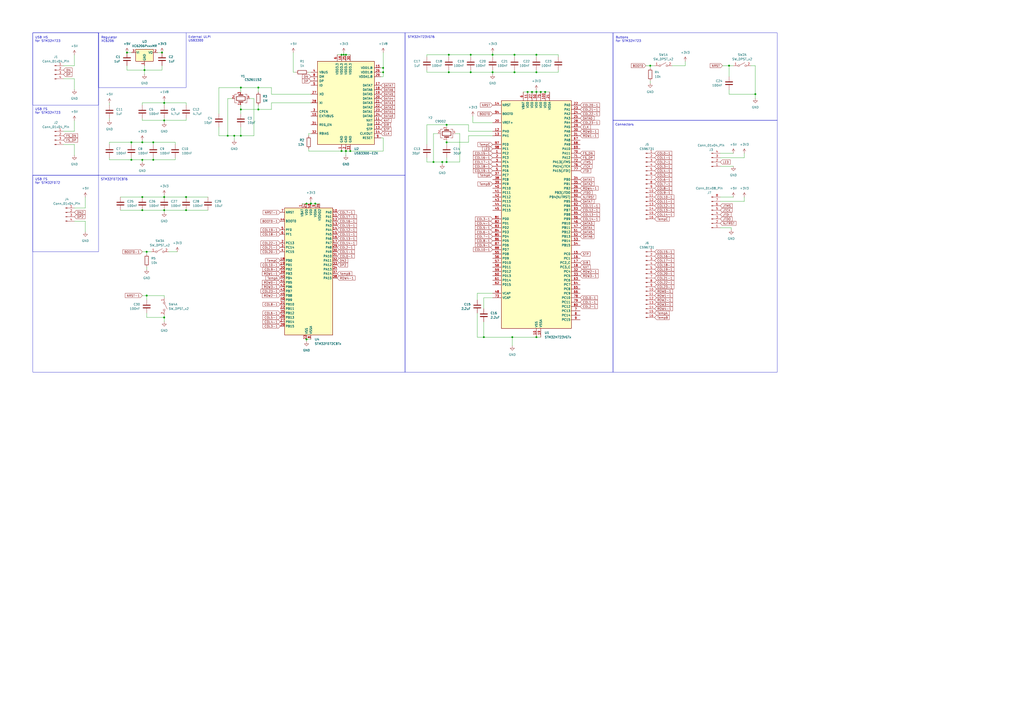
<source format=kicad_sch>
(kicad_sch (version 20231120) (generator "eeschema") (generator_version "8.0")
  (paper "A2")
  (title_block (title "Hassium8K") (date "2025-01-17") (rev "REV1") (company "Leeseunghun"))
  (lib_symbols
    (symbol "Connector:Conn_01x04_Pin" (pin_names (offset 1.016) hide)
      (property "Reference" "J" (at 0 5.08 0))
      (property "Value" "Conn_01x04_Pin" (at 0 -7.62 0))
      (symbol "Conn_01x04_Pin_1_1"
        (pin passive line (at 5.08 2.54 180) (length 3.81) (name "Pin_1") (number "1"))
        (pin passive line (at 5.08 0 180) (length 3.81) (name "Pin_2") (number "2"))
        (pin passive line (at 5.08 -2.54 180) (length 3.81) (name "Pin_3") (number "3"))
        (pin passive line (at 5.08 -5.08 180) (length 3.81) (name "Pin_4") (number "4"))
      )
    )
    (symbol "Connector:Conn_01x08_Pin" (pin_names (offset 1.016) hide)
      (property "Reference" "J" (at 0 10.16 0))
      (property "Value" "Conn_01x08_Pin" (at 0 -12.7 0))
      (symbol "Conn_01x08_Pin_1_1"
        (pin passive line (at 5.08 7.62 180) (length 3.81) (name "Pin_1") (number "1"))
        (pin passive line (at 5.08 5.08 180) (length 3.81) (name "Pin_2") (number "2"))
        (pin passive line (at 5.08 2.54 180) (length 3.81) (name "Pin_3") (number "3"))
        (pin passive line (at 5.08 0 180) (length 3.81) (name "Pin_4") (number "4"))
        (pin passive line (at 5.08 -2.54 180) (length 3.81) (name "Pin_5") (number "5"))
        (pin passive line (at 5.08 -5.08 180) (length 3.81) (name "Pin_6") (number "6"))
        (pin passive line (at 5.08 -7.62 180) (length 3.81) (name "Pin_7") (number "7"))
        (pin passive line (at 5.08 -10.16 180) (length 3.81) (name "Pin_8") (number "8"))
      )
    )
    (symbol "Connector:Conn_01x16_Pin" (pin_names (offset 1.016) hide)
      (property "Reference" "J" (at 0 20.32 0))
      (property "Value" "Conn_01x16_Pin" (at 0 -22.86 0))
      (symbol "Conn_01x16_Pin_1_1"
        (pin passive line (at 5.08 17.78 180) (length 3.81) (name "Pin_1") (number "1"))
        (pin passive line (at 5.08 -5.08 180) (length 3.81) (name "Pin_10") (number "10"))
        (pin passive line (at 5.08 -7.62 180) (length 3.81) (name "Pin_11") (number "11"))
        (pin passive line (at 5.08 -10.16 180) (length 3.81) (name "Pin_12") (number "12"))
        (pin passive line (at 5.08 -12.7 180) (length 3.81) (name "Pin_13") (number "13"))
        (pin passive line (at 5.08 -15.24 180) (length 3.81) (name "Pin_14") (number "14"))
        (pin passive line (at 5.08 -17.78 180) (length 3.81) (name "Pin_15") (number "15"))
        (pin passive line (at 5.08 -20.32 180) (length 3.81) (name "Pin_16") (number "16"))
        (pin passive line (at 5.08 15.24 180) (length 3.81) (name "Pin_2") (number "2"))
        (pin passive line (at 5.08 12.7 180) (length 3.81) (name "Pin_3") (number "3"))
        (pin passive line (at 5.08 10.16 180) (length 3.81) (name "Pin_4") (number "4"))
        (pin passive line (at 5.08 7.62 180) (length 3.81) (name "Pin_5") (number "5"))
        (pin passive line (at 5.08 5.08 180) (length 3.81) (name "Pin_6") (number "6"))
        (pin passive line (at 5.08 2.54 180) (length 3.81) (name "Pin_7") (number "7"))
        (pin passive line (at 5.08 0 180) (length 3.81) (name "Pin_8") (number "8"))
        (pin passive line (at 5.08 -2.54 180) (length 3.81) (name "Pin_9") (number "9"))
      )
    )
    (symbol "Device:C" (pin_numbers hide) (pin_names (offset 0.254))
      (property "Reference" "C" (at 0.635 2.54 0))
      (property "Value" "C" (at 0.635 -2.54 0))
      (symbol "C_1_1"
        (pin passive line (at 0 3.81 270) (length 2.794) (name "~") (number "1"))
        (pin passive line (at 0 -3.81 90) (length 2.794) (name "~") (number "2"))
      )
    )
    (symbol "Device:Crystal_GND24" (pin_names (offset 1.016) hide)
      (property "Reference" "Y" (at 3.175 5.08 0))
      (property "Value" "Crystal_GND24" (at 3.175 3.175 0))
      (symbol "Crystal_GND24_1_1"
        (pin passive line (at -3.81 0 0) (length 1.27) (name "1") (number "1"))
        (pin passive line (at 0 5.08 270) (length 1.27) (name "2") (number "2"))
        (pin passive line (at 3.81 0 180) (length 1.27) (name "3") (number "3"))
        (pin passive line (at 0 -5.08 90) (length 1.27) (name "4") (number "4"))
      )
    )
    (symbol "Device:R" (pin_numbers hide) (pin_names (offset 0))
      (property "Reference" "R" (at 2.032 0 90))
      (property "Value" "R" (at 0 0 90))
      (symbol "R_1_1"
        (pin passive line (at 0 3.81 270) (length 1.27) (name "~") (number "1"))
        (pin passive line (at 0 -3.81 90) (length 1.27) (name "~") (number "2"))
      )
    )
    (symbol "Interface_USB:USB3300-EZK" (pin_names (offset 1.016))
      (property "Reference" "U" (at 0 1.27 0))
      (property "Value" "USB3300-EZK" (at 0 -1.27 0))
      (symbol "USB3300-EZK_1_1"
        (pin power_in line (at -2.54 -27.94 90) (length 3.81) (name "GND") (number "1"))
        (pin input line (at -20.32 -7.62 0) (length 3.81) (name "EXTVBUS") (number "10"))
        (pin output line (at 20.32 -10.16 180) (length 3.81) (name "NXT") (number "11"))
        (pin output line (at 20.32 -12.7 180) (length 3.81) (name "DIR") (number "12"))
        (pin input line (at 20.32 -15.24 180) (length 3.81) (name "STP") (number "13"))
        (pin output line (at 20.32 -17.78 180) (length 3.81) (name "CLKOUT") (number "14"))
        (pin power_out line (at 20.32 20.32 180) (length 3.81) (name "VDD1.8") (number "15"))
        (pin power_in line (at -2.54 27.94 270) (length 3.81) (name "VDD3.3") (number "16"))
        (pin bidirectional line (at 20.32 10.16 180) (length 3.81) (name "DATA7") (number "17"))
        (pin bidirectional line (at 20.32 7.62 180) (length 3.81) (name "DATA6") (number "18"))
        (pin bidirectional line (at 20.32 5.08 180) (length 3.81) (name "DATA5") (number "19"))
        (pin power_in line (at 0 -27.94 90) (length 3.81) (name "GND") (number "2"))
        (pin bidirectional line (at 20.32 2.54 180) (length 3.81) (name "DATA4") (number "20"))
        (pin bidirectional line (at 20.32 0 180) (length 3.81) (name "DATA3") (number "21"))
        (pin bidirectional line (at 20.32 -2.54 180) (length 3.81) (name "DATA2") (number "22"))
        (pin bidirectional line (at 20.32 -5.08 180) (length 3.81) (name "DATA1") (number "23"))
        (pin bidirectional line (at 20.32 -7.62 180) (length 3.81) (name "DATA0") (number "24"))
        (pin power_in line (at 0 27.94 270) (length 3.81) (name "VDD3.3") (number "25"))
        (pin power_out line (at 20.32 17.78 180) (length 3.81) (name "VDD1.8") (number "26"))
        (pin output line (at -20.32 5.08 0) (length 3.81) (name "XO") (number "27"))
        (pin input line (at -20.32 0 0) (length 3.81) (name "XI") (number "28"))
        (pin power_out line (at 20.32 15.24 180) (length 3.81) (name "VDDA1.8") (number "29"))
        (pin output line (at -20.32 -5.08 0) (length 3.81) (name "CPEN") (number "3"))
        (pin power_in line (at 2.54 27.94 270) (length 3.81) (name "VDD3.3") (number "30"))
        (pin bidirectional line (at -20.32 -12.7 0) (length 3.81) (name "REG_EN") (number "31"))
        (pin passive line (at -20.32 -17.78 0) (length 3.81) (name "RBIAS") (number "32"))
        (pin power_in line (at 2.54 -27.94 90) (length 3.81) (name "GND") (number "33"))
        (pin power_in line (at -20.32 17.78 0) (length 3.81) (name "VBUS") (number "4"))
        (pin input line (at -20.32 10.16 0) (length 3.81) (name "ID") (number "5"))
        (pin power_in line (at -5.08 27.94 270) (length 3.81) (name "VDD3.3") (number "6"))
        (pin bidirectional line (at -20.32 12.7 0) (length 3.81) (name "DP") (number "7"))
        (pin bidirectional line (at -20.32 15.24 0) (length 3.81) (name "DM") (number "8"))
        (pin input line (at 20.32 -20.32 180) (length 3.81) (name "RESET") (number "9"))
      )
    )
    (symbol "MCU_ST_STM32F0:STM32F072CBTx"
      (property "Reference" "U" (at -12.7 39.37 0))
      (property "Value" "STM32F072CBTx" (at 10.16 39.37 0))
      (symbol "STM32F072CBTx_1_1"
        (pin power_in line (at -2.54 40.64 270) (length 2.54) (name "VBAT") (number "1"))
        (pin bidirectional line (at 17.78 35.56 180) (length 2.54) (name "PA0") (number "10"))
        (pin bidirectional line (at 17.78 33.02 180) (length 2.54) (name "PA1") (number "11"))
        (pin bidirectional line (at 17.78 30.48 180) (length 2.54) (name "PA2") (number "12"))
        (pin bidirectional line (at 17.78 27.94 180) (length 2.54) (name "PA3") (number "13"))
        (pin bidirectional line (at 17.78 25.4 180) (length 2.54) (name "PA4") (number "14"))
        (pin bidirectional line (at 17.78 22.86 180) (length 2.54) (name "PA5") (number "15"))
        (pin bidirectional line (at 17.78 20.32 180) (length 2.54) (name "PA6") (number "16"))
        (pin bidirectional line (at 17.78 17.78 180) (length 2.54) (name "PA7") (number "17"))
        (pin bidirectional line (at -15.24 7.62 0) (length 2.54) (name "PB0") (number "18"))
        (pin bidirectional line (at -15.24 5.08 0) (length 2.54) (name "PB1") (number "19"))
        (pin bidirectional line (at -15.24 17.78 0) (length 2.54) (name "PC13") (number "2"))
        (pin bidirectional line (at -15.24 2.54 0) (length 2.54) (name "PB2") (number "20"))
        (pin bidirectional line (at -15.24 -17.78 0) (length 2.54) (name "PB10") (number "21"))
        (pin bidirectional line (at -15.24 -20.32 0) (length 2.54) (name "PB11") (number "22"))
        (pin power_in line (at 0 -38.1 90) (length 2.54) (name "VSS") (number "23"))
        (pin power_in line (at 0 40.64 270) (length 2.54) (name "VDD") (number "24"))
        (pin bidirectional line (at -15.24 -22.86 0) (length 2.54) (name "PB12") (number "25"))
        (pin bidirectional line (at -15.24 -25.4 0) (length 2.54) (name "PB13") (number "26"))
        (pin bidirectional line (at -15.24 -27.94 0) (length 2.54) (name "PB14") (number "27"))
        (pin bidirectional line (at -15.24 -30.48 0) (length 2.54) (name "PB15") (number "28"))
        (pin bidirectional line (at 17.78 15.24 180) (length 2.54) (name "PA8") (number "29"))
        (pin bidirectional line (at -15.24 15.24 0) (length 2.54) (name "PC14") (number "3"))
        (pin bidirectional line (at 17.78 12.7 180) (length 2.54) (name "PA9") (number "30"))
        (pin bidirectional line (at 17.78 10.16 180) (length 2.54) (name "PA10") (number "31"))
        (pin bidirectional line (at 17.78 7.62 180) (length 2.54) (name "PA11") (number "32"))
        (pin bidirectional line (at 17.78 5.08 180) (length 2.54) (name "PA12") (number "33"))
        (pin bidirectional line (at 17.78 2.54 180) (length 2.54) (name "PA13") (number "34"))
        (pin passive line (at 0 -38.1 90) (length 2.54) hide (name "VSS") (number "35"))
        (pin power_in line (at 7.62 40.64 270) (length 2.54) (name "VDDIO2") (number "36"))
        (pin bidirectional line (at 17.78 0 180) (length 2.54) (name "PA14") (number "37"))
        (pin bidirectional line (at 17.78 -2.54 180) (length 2.54) (name "PA15") (number "38"))
        (pin bidirectional line (at -15.24 0 0) (length 2.54) (name "PB3") (number "39"))
        (pin bidirectional line (at -15.24 12.7 0) (length 2.54) (name "PC15") (number "4"))
        (pin bidirectional line (at -15.24 -2.54 0) (length 2.54) (name "PB4") (number "40"))
        (pin bidirectional line (at -15.24 -5.08 0) (length 2.54) (name "PB5") (number "41"))
        (pin bidirectional line (at -15.24 -7.62 0) (length 2.54) (name "PB6") (number "42"))
        (pin bidirectional line (at -15.24 -10.16 0) (length 2.54) (name "PB7") (number "43"))
        (pin input line (at -15.24 30.48 0) (length 2.54) (name "BOOT0") (number "44"))
        (pin bidirectional line (at -15.24 -12.7 0) (length 2.54) (name "PB8") (number "45"))
        (pin bidirectional line (at -15.24 -15.24 0) (length 2.54) (name "PB9") (number "46"))
        (pin passive line (at 0 -38.1 90) (length 2.54) hide (name "VSS") (number "47"))
        (pin power_in line (at 2.54 40.64 270) (length 2.54) (name "VDD") (number "48"))
        (pin bidirectional line (at -15.24 25.4 0) (length 2.54) (name "PF0") (number "5"))
        (pin bidirectional line (at -15.24 22.86 0) (length 2.54) (name "PF1") (number "6"))
        (pin input line (at -15.24 35.56 0) (length 2.54) (name "NRST") (number "7"))
        (pin power_in line (at 2.54 -38.1 90) (length 2.54) (name "VSSA") (number "8"))
        (pin power_in line (at 5.08 40.64 270) (length 2.54) (name "VDDA") (number "9"))
      )
    )
    (symbol "MCU_ST_STM32H7:STM32H723VGTx"
      (property "Reference" "U" (at -20.32 67.31 0))
      (property "Value" "STM32H723VGTx" (at 10.16 67.31 0))
      (symbol "STM32H723VGTx_1_1"
        (pin bidirectional line (at -25.4 35.56 0) (length 5.08) (name "PE2") (number "1"))
        (pin power_in line (at 0 -71.12 90) (length 5.08) (name "VSS") (number "10"))
        (pin power_in line (at 5.08 71.12 270) (length 5.08) (name "VDD") (number "100"))
        (pin power_in line (at -5.08 71.12 270) (length 5.08) (name "VDD") (number "11"))
        (pin bidirectional line (at -25.4 48.26 0) (length 5.08) (name "PH0") (number "12"))
        (pin bidirectional line (at -25.4 45.72 0) (length 5.08) (name "PH1") (number "13"))
        (pin input line (at -25.4 63.5 0) (length 5.08) (name "NRST") (number "14"))
        (pin bidirectional line (at 25.4 -22.86 180) (length 5.08) (name "PC0") (number "15"))
        (pin bidirectional line (at 25.4 -25.4 180) (length 5.08) (name "PC1") (number "16"))
        (pin bidirectional line (at 25.4 -27.94 180) (length 5.08) (name "PC2_C") (number "17"))
        (pin bidirectional line (at 25.4 -30.48 180) (length 5.08) (name "PC3_C") (number "18"))
        (pin power_in line (at 2.54 -71.12 90) (length 5.08) (name "VSSA") (number "19"))
        (pin bidirectional line (at -25.4 33.02 0) (length 5.08) (name "PE3") (number "2"))
        (pin input line (at -25.4 53.34 0) (length 5.08) (name "VREF+") (number "20"))
        (pin power_in line (at 7.62 71.12 270) (length 5.08) (name "VDDA") (number "21"))
        (pin bidirectional line (at 25.4 63.5 180) (length 5.08) (name "PA0") (number "22"))
        (pin bidirectional line (at 25.4 60.96 180) (length 5.08) (name "PA1") (number "23"))
        (pin bidirectional line (at 25.4 58.42 180) (length 5.08) (name "PA2") (number "24"))
        (pin bidirectional line (at 25.4 55.88 180) (length 5.08) (name "PA3") (number "25"))
        (pin passive line (at 0 -71.12 90) (length 5.08) hide (name "VSS") (number "26"))
        (pin power_in line (at -2.54 71.12 270) (length 5.08) (name "VDD") (number "27"))
        (pin bidirectional line (at 25.4 53.34 180) (length 5.08) (name "PA4") (number "28"))
        (pin bidirectional line (at 25.4 50.8 180) (length 5.08) (name "PA5") (number "29"))
        (pin bidirectional line (at -25.4 30.48 0) (length 5.08) (name "PE4") (number "3"))
        (pin bidirectional line (at 25.4 48.26 180) (length 5.08) (name "PA6") (number "30"))
        (pin bidirectional line (at 25.4 45.72 180) (length 5.08) (name "PA7") (number "31"))
        (pin bidirectional line (at 25.4 -33.02 180) (length 5.08) (name "PC4") (number "32"))
        (pin bidirectional line (at 25.4 -35.56 180) (length 5.08) (name "PC5") (number "33"))
        (pin bidirectional line (at 25.4 20.32 180) (length 5.08) (name "PB0") (number "34"))
        (pin bidirectional line (at 25.4 17.78 180) (length 5.08) (name "PB1") (number "35"))
        (pin bidirectional line (at 25.4 15.24 180) (length 5.08) (name "PB2") (number "36"))
        (pin bidirectional line (at -25.4 22.86 0) (length 5.08) (name "PE7") (number "37"))
        (pin bidirectional line (at -25.4 20.32 0) (length 5.08) (name "PE8") (number "38"))
        (pin bidirectional line (at -25.4 17.78 0) (length 5.08) (name "PE9") (number "39"))
        (pin bidirectional line (at -25.4 27.94 0) (length 5.08) (name "PE5") (number "4"))
        (pin bidirectional line (at -25.4 15.24 0) (length 5.08) (name "PE10") (number "40"))
        (pin bidirectional line (at -25.4 12.7 0) (length 5.08) (name "PE11") (number "41"))
        (pin bidirectional line (at -25.4 10.16 0) (length 5.08) (name "PE12") (number "42"))
        (pin bidirectional line (at -25.4 7.62 0) (length 5.08) (name "PE13") (number "43"))
        (pin bidirectional line (at -25.4 5.08 0) (length 5.08) (name "PE14") (number "44"))
        (pin bidirectional line (at -25.4 2.54 0) (length 5.08) (name "PE15") (number "45"))
        (pin bidirectional line (at 25.4 -5.08 180) (length 5.08) (name "PB10") (number "46"))
        (pin bidirectional line (at 25.4 -7.62 180) (length 5.08) (name "PB11") (number "47"))
        (pin power_out line (at -25.4 -45.72 0) (length 5.08) (name "VCAP") (number "48"))
        (pin passive line (at 0 -71.12 90) (length 5.08) hide (name "VSS") (number "49"))
        (pin bidirectional line (at -25.4 25.4 0) (length 5.08) (name "PE6") (number "5"))
        (pin power_in line (at 0 71.12 270) (length 5.08) (name "VDD") (number "50"))
        (pin bidirectional line (at 25.4 -10.16 180) (length 5.08) (name "PB12") (number "51"))
        (pin bidirectional line (at 25.4 -12.7 180) (length 5.08) (name "PB13") (number "52"))
        (pin bidirectional line (at 25.4 -15.24 180) (length 5.08) (name "PB14") (number "53"))
        (pin bidirectional line (at 25.4 -17.78 180) (length 5.08) (name "PB15") (number "54"))
        (pin bidirectional line (at -25.4 -22.86 0) (length 5.08) (name "PD8") (number "55"))
        (pin bidirectional line (at -25.4 -25.4 0) (length 5.08) (name "PD9") (number "56"))
        (pin bidirectional line (at -25.4 -27.94 0) (length 5.08) (name "PD10") (number "57"))
        (pin bidirectional line (at -25.4 -30.48 0) (length 5.08) (name "PD11") (number "58"))
        (pin bidirectional line (at -25.4 -33.02 0) (length 5.08) (name "PD12") (number "59"))
        (pin power_in line (at -7.62 71.12 270) (length 5.08) (name "VBAT") (number "6"))
        (pin bidirectional line (at -25.4 -35.56 0) (length 5.08) (name "PD13") (number "60"))
        (pin bidirectional line (at -25.4 -38.1 0) (length 5.08) (name "PD14") (number "61"))
        (pin bidirectional line (at -25.4 -40.64 0) (length 5.08) (name "PD15") (number "62"))
        (pin bidirectional line (at 25.4 -38.1 180) (length 5.08) (name "PC6") (number "63"))
        (pin bidirectional line (at 25.4 -40.64 180) (length 5.08) (name "PC7") (number "64"))
        (pin bidirectional line (at 25.4 -43.18 180) (length 5.08) (name "PC8") (number "65"))
        (pin bidirectional line (at 25.4 -45.72 180) (length 5.08) (name "PC9") (number "66"))
        (pin bidirectional line (at 25.4 43.18 180) (length 5.08) (name "PA8") (number "67"))
        (pin bidirectional line (at 25.4 40.64 180) (length 5.08) (name "PA9") (number "68"))
        (pin bidirectional line (at 25.4 38.1 180) (length 5.08) (name "PA10") (number "69"))
        (pin bidirectional line (at 25.4 -55.88 180) (length 5.08) (name "PC13") (number "7"))
        (pin bidirectional line (at 25.4 35.56 180) (length 5.08) (name "PA11") (number "70"))
        (pin bidirectional line (at 25.4 33.02 180) (length 5.08) (name "PA12") (number "71"))
        (pin bidirectional line (at 25.4 30.48 180) (length 5.08) (name "PA13(JTMS") (number "72"))
        (pin power_out line (at -25.4 -48.26 0) (length 5.08) (name "VCAP") (number "73"))
        (pin passive line (at 0 -71.12 90) (length 5.08) hide (name "VSS") (number "74"))
        (pin power_in line (at 2.54 71.12 270) (length 5.08) (name "VDD") (number "75"))
        (pin bidirectional line (at 25.4 27.94 180) (length 5.08) (name "PA14(JTCK") (number "76"))
        (pin bidirectional line (at 25.4 25.4 180) (length 5.08) (name "PA15(JTDI)") (number "77"))
        (pin bidirectional line (at 25.4 -48.26 180) (length 5.08) (name "PC10") (number "78"))
        (pin bidirectional line (at 25.4 -50.8 180) (length 5.08) (name "PC11") (number "79"))
        (pin bidirectional line (at 25.4 -58.42 180) (length 5.08) (name "PC14") (number "8"))
        (pin bidirectional line (at 25.4 -53.34 180) (length 5.08) (name "PC12") (number "80"))
        (pin bidirectional line (at -25.4 -2.54 0) (length 5.08) (name "PD0") (number "81"))
        (pin bidirectional line (at -25.4 -5.08 0) (length 5.08) (name "PD1") (number "82"))
        (pin bidirectional line (at -25.4 -7.62 0) (length 5.08) (name "PD2") (number "83"))
        (pin bidirectional line (at -25.4 -10.16 0) (length 5.08) (name "PD3") (number "84"))
        (pin bidirectional line (at -25.4 -12.7 0) (length 5.08) (name "PD4") (number "85"))
        (pin bidirectional line (at -25.4 -15.24 0) (length 5.08) (name "PD5") (number "86"))
        (pin bidirectional line (at -25.4 -17.78 0) (length 5.08) (name "PD6") (number "87"))
        (pin bidirectional line (at -25.4 -20.32 0) (length 5.08) (name "PD7") (number "88"))
        (pin bidirectional line (at 25.4 12.7 180) (length 5.08) (name "PB3(JTDO") (number "89"))
        (pin bidirectional line (at 25.4 -60.96 180) (length 5.08) (name "PC15") (number "9"))
        (pin bidirectional line (at 25.4 10.16 180) (length 5.08) (name "PB4(NJTRST)") (number "90"))
        (pin bidirectional line (at 25.4 7.62 180) (length 5.08) (name "PB5") (number "91"))
        (pin bidirectional line (at 25.4 5.08 180) (length 5.08) (name "PB6") (number "92"))
        (pin bidirectional line (at 25.4 2.54 180) (length 5.08) (name "PB7") (number "93"))
        (pin input line (at -25.4 58.42 0) (length 5.08) (name "BOOT0") (number "94"))
        (pin bidirectional line (at 25.4 0 180) (length 5.08) (name "PB8") (number "95"))
        (pin bidirectional line (at 25.4 -2.54 180) (length 5.08) (name "PB9") (number "96"))
        (pin bidirectional line (at -25.4 40.64 0) (length 5.08) (name "PE0") (number "97"))
        (pin bidirectional line (at -25.4 38.1 0) (length 5.08) (name "PE1") (number "98"))
        (pin passive line (at 0 -71.12 90) (length 5.08) hide (name "VSS") (number "99"))
      )
    )
    (symbol "Regulator_Linear:XC6206PxxxMR" (pin_names (offset 0.254))
      (property "Reference" "U" (at -3.81 3.175 0))
      (property "Value" "XC6206PxxxMR" (at 0 3.175 0))
      (symbol "XC6206PxxxMR_1_1"
        (pin power_in line (at 0 -7.62 90) (length 2.54) (name "GND") (number "1"))
        (pin power_out line (at 7.62 0 180) (length 2.54) (name "VO") (number "2"))
        (pin power_in line (at -7.62 0 0) (length 2.54) (name "VI") (number "3"))
      )
    )
    (symbol "Switch:SW_DPST_x2" (pin_names (offset 0) hide)
      (property "Reference" "SW" (at 0 3.175 0))
      (property "Value" "SW_DPST_x2" (at 0 -2.54 0))
      (symbol "SW_DPST_x2_1_1"
        (pin passive line (at -5.08 0 0) (length 2.54) (name "A") (number "1"))
        (pin passive line (at 5.08 0 180) (length 2.54) (name "B") (number "2"))
      )
      (symbol "SW_DPST_x2_2_1"
        (pin passive line (at -5.08 0 0) (length 2.54) (name "A") (number "3"))
        (pin passive line (at 5.08 0 180) (length 2.54) (name "B") (number "4"))
      )
    )
    (symbol "power:+3V3" (power) (pin_numbers hide) (pin_names (offset 0) hide)
      (property "Value" "+3V3" (at 0 3.556 0))
      (symbol "+3V3_1_1"
        (pin power_in line (at 0 0 90) (length 0) (name "~") (number "1"))
      )
    )
    (symbol "power:+5V" (power) (pin_numbers hide) (pin_names (offset 0) hide)
      (property "Value" "+5V" (at 0 3.556 0))
      (symbol "+5V_1_1"
        (pin power_in line (at 0 0 90) (length 0) (name "~") (number "1"))
      )
    )
    (symbol "power:GND" (power) (pin_numbers hide) (pin_names (offset 0) hide)
      (property "Value" "GND" (at 0 -3.81 0))
      (symbol "GND_1_1"
        (pin power_in line (at 0 0 270) (length 0) (name "~") (number "1"))
      )
    )
  )
  (junction (at 139.7 63.5))
  (junction (at 135.89 78.74))
  (junction (at 198.12 87.63))
  (junction (at 438.15 54.61))
  (junction (at 139.7 50.8))
  (junction (at 280.67 195.58))
  (junction (at 311.15 41.91))
  (junction (at 311.15 195.58))
  (junction (at 95.25 69.85))
  (junction (at 180.34 118.11))
  (junction (at 85.09 146.05))
  (junction (at 311.15 31.75))
  (junction (at 82.55 114.3))
  (junction (at 200.66 31.75))
  (junction (at 95.25 59.69))
  (junction (at 177.8 196.85))
  (junction (at 256.54 93.98))
  (junction (at 260.35 41.91))
  (junction (at 76.2 92.71))
  (junction (at 259.08 72.39))
  (junction (at 73.66 30.48))
  (junction (at 298.45 31.75))
  (junction (at 93.98 30.48))
  (junction (at 107.95 121.92))
  (junction (at 285.75 31.75))
  (junction (at 76.2 82.55))
  (junction (at 149.86 50.8))
  (junction (at 82.55 92.71))
  (junction (at 377.19 38.1))
  (junction (at 88.9 92.71))
  (junction (at 285.75 41.91))
  (junction (at 298.45 41.91))
  (junction (at 203.2 87.63))
  (junction (at 149.86 63.5))
  (junction (at 251.46 93.98))
  (junction (at 85.09 171.45))
  (junction (at 311.15 53.34))
  (junction (at 222.25 41.91))
  (junction (at 82.55 82.55))
  (junction (at 177.8 118.11))
  (junction (at 259.08 93.98))
  (junction (at 308.61 53.34))
  (junction (at 222.25 39.37))
  (junction (at 422.91 38.1))
  (junction (at 260.35 31.75))
  (junction (at 199.39 31.75))
  (junction (at 306.07 53.34))
  (junction (at 297.18 195.58))
  (junction (at 95.25 184.15))
  (junction (at 83.82 40.64))
  (junction (at 107.95 114.3))
  (junction (at 273.05 41.91))
  (junction (at 273.05 31.75))
  (junction (at 88.9 82.55))
  (junction (at 316.23 53.34))
  (junction (at 95.25 114.3))
  (junction (at 198.12 31.75))
  (junction (at 82.55 121.92))
  (junction (at 182.88 118.11))
  (junction (at 139.7 78.74))
  (junction (at 259.08 82.55))
  (junction (at 95.25 121.92))
  (junction (at 313.69 53.34))
  (junction (at 200.66 87.63))
  (junction (at 132.08 78.74))
  (wire (pts (xy 273.05 31.75) (xy 273.05 33.02)))
  (wire (pts (xy 85.09 171.45) (xy 85.09 173.99)))
  (wire (pts (xy 149.86 60.96) (xy 149.86 63.5)))
  (wire (pts (xy 273.05 31.75) (xy 285.75 31.75)))
  (wire (pts (xy 88.9 82.55) (xy 101.6 82.55)))
  (wire (pts (xy 222.25 39.37) (xy 222.25 30.48)))
  (wire (pts (xy 180.34 118.11) (xy 182.88 118.11)))
  (wire (pts (xy 285.75 30.48) (xy 285.75 31.75)))
  (wire (pts (xy 88.9 82.55) (xy 88.9 83.82)))
  (wire (pts (xy 285.75 41.91) (xy 298.45 41.91)))
  (wire (pts (xy 222.25 44.45) (xy 222.25 41.91)))
  (wire (pts (xy 149.86 50.8) (xy 149.86 53.34)))
  (wire (pts (xy 203.2 87.63) (xy 222.25 87.63)))
  (wire (pts (xy 177.8 196.85) (xy 180.34 196.85)))
  (wire (pts (xy 101.6 82.55) (xy 101.6 83.82)))
  (wire (pts (xy 134.62 57.15) (xy 132.08 57.15)))
  (wire (pts (xy 107.95 59.69) (xy 107.95 60.96)))
  (wire (pts (xy 82.55 121.92) (xy 95.25 121.92)))
  (wire (pts (xy 285.75 31.75) (xy 298.45 31.75)))
  (wire (pts (xy 260.35 40.64) (xy 260.35 41.91)))
  (wire (pts (xy 69.85 114.3) (xy 82.55 114.3)))
  (wire (pts (xy 199.39 31.75) (xy 200.66 31.75)))
  (wire (pts (xy 311.15 52.07) (xy 311.15 53.34)))
  (wire (pts (xy 311.15 53.34) (xy 313.69 53.34)))
  (wire (pts (xy 63.5 68.58) (xy 63.5 69.85)))
  (wire (pts (xy 88.9 91.44) (xy 88.9 92.71)))
  (wire (pts (xy 323.85 31.75) (xy 323.85 33.02)))
  (wire (pts (xy 76.2 82.55) (xy 76.2 83.82)))
  (wire (pts (xy 200.66 31.75) (xy 203.2 31.75)))
  (wire (pts (xy 63.5 83.82) (xy 63.5 82.55)))
  (wire (pts (xy 417.83 116.84) (xy 431.8 116.84)))
  (wire (pts (xy 247.65 72.39) (xy 247.65 83.82)))
  (wire (pts (xy 69.85 121.92) (xy 82.55 121.92)))
  (wire (pts (xy 95.25 58.42) (xy 95.25 59.69)))
  (wire (pts (xy 49.53 114.3) (xy 49.53 120.65)))
  (wire (pts (xy 139.7 63.5) (xy 149.86 63.5)))
  (wire (pts (xy 97.79 146.05) (xy 102.87 146.05)))
  (wire (pts (xy 431.8 88.9) (xy 431.8 91.44)))
  (wire (pts (xy 298.45 31.75) (xy 311.15 31.75)))
  (wire (pts (xy 323.85 41.91) (xy 323.85 40.64)))
  (wire (pts (xy 271.78 78.74) (xy 271.78 82.55)))
  (wire (pts (xy 417.83 96.52) (xy 425.45 96.52)))
  (wire (pts (xy 280.67 195.58) (xy 297.18 195.58)))
  (wire (pts (xy 417.83 114.3) (xy 425.45 114.3)))
  (wire (pts (xy 377.19 38.1) (xy 377.19 39.37)))
  (wire (pts (xy 297.18 195.58) (xy 297.18 200.66)))
  (wire (pts (xy 198.12 87.63) (xy 200.66 87.63)))
  (wire (pts (xy 157.48 54.61) (xy 157.48 50.8)))
  (wire (pts (xy 222.25 80.01) (xy 220.98 80.01)))
  (wire (pts (xy 101.6 92.71) (xy 101.6 91.44)))
  (wire (pts (xy 259.08 72.39) (xy 259.08 73.66)))
  (wire (pts (xy 85.09 171.45) (xy 95.25 171.45)))
  (wire (pts (xy 311.15 41.91) (xy 323.85 41.91)))
  (wire (pts (xy 280.67 172.72) (xy 280.67 179.07)))
  (wire (pts (xy 135.89 78.74) (xy 139.7 78.74)))
  (wire (pts (xy 179.07 77.47) (xy 179.07 78.74)))
  (wire (pts (xy 431.8 114.3) (xy 431.8 116.84)))
  (wire (pts (xy 36.83 45.72) (xy 43.18 45.72)))
  (wire (pts (xy 256.54 93.98) (xy 256.54 95.25)))
  (wire (pts (xy 435.61 38.1) (xy 438.15 38.1)))
  (wire (pts (xy 259.08 93.98) (xy 259.08 91.44)))
  (wire (pts (xy 260.35 31.75) (xy 273.05 31.75)))
  (wire (pts (xy 438.15 38.1) (xy 438.15 54.61)))
  (wire (pts (xy 247.65 93.98) (xy 251.46 93.98)))
  (wire (pts (xy 83.82 40.64) (xy 93.98 40.64)))
  (wire (pts (xy 374.65 38.1) (xy 377.19 38.1)))
  (wire (pts (xy 311.15 195.58) (xy 313.69 195.58)))
  (wire (pts (xy 149.86 63.5) (xy 157.48 63.5)))
  (wire (pts (xy 180.34 77.47) (xy 179.07 77.47)))
  (wire (pts (xy 220.98 44.45) (xy 222.25 44.45)))
  (wire (pts (xy 63.5 82.55) (xy 76.2 82.55)))
  (wire (pts (xy 82.55 68.58) (xy 82.55 69.85)))
  (wire (pts (xy 280.67 186.69) (xy 280.67 195.58)))
  (wire (pts (xy 438.15 54.61) (xy 438.15 57.15)))
  (wire (pts (xy 285.75 71.12) (xy 274.32 71.12)))
  (wire (pts (xy 95.25 59.69) (xy 95.25 60.96)))
  (wire (pts (xy 36.83 83.82) (xy 43.18 83.82)))
  (wire (pts (xy 83.82 38.1) (xy 83.82 40.64)))
  (wire (pts (xy 157.48 63.5) (xy 157.48 59.69)))
  (wire (pts (xy 85.09 154.94) (xy 85.09 156.21)))
  (wire (pts (xy 149.86 50.8) (xy 157.48 50.8)))
  (wire (pts (xy 274.32 67.31) (xy 274.32 71.12)))
  (wire (pts (xy 247.65 40.64) (xy 247.65 41.91)))
  (wire (pts (xy 95.25 113.03) (xy 95.25 114.3)))
  (wire (pts (xy 182.88 118.11) (xy 185.42 118.11)))
  (wire (pts (xy 85.09 184.15) (xy 95.25 184.15)))
  (wire (pts (xy 276.86 170.18) (xy 276.86 173.99)))
  (wire (pts (xy 285.75 78.74) (xy 271.78 78.74)))
  (wire (pts (xy 49.53 128.27) (xy 49.53 134.62)))
  (wire (pts (xy 397.51 38.1) (xy 397.51 35.56)))
  (wire (pts (xy 147.32 57.15) (xy 144.78 57.15)))
  (wire (pts (xy 311.15 31.75) (xy 311.15 33.02)))
  (wire (pts (xy 422.91 38.1) (xy 425.45 38.1)))
  (wire (pts (xy 424.18 132.08) (xy 424.18 133.35)))
  (wire (pts (xy 43.18 83.82) (xy 43.18 90.17)))
  (wire (pts (xy 95.25 69.85) (xy 95.25 71.12)))
  (wire (pts (xy 260.35 41.91) (xy 273.05 41.91)))
  (wire (pts (xy 311.15 40.64) (xy 311.15 41.91)))
  (wire (pts (xy 139.7 63.5) (xy 139.7 66.04)))
  (wire (pts (xy 276.86 195.58) (xy 280.67 195.58)))
  (wire (pts (xy 82.55 82.55) (xy 88.9 82.55)))
  (wire (pts (xy 177.8 118.11) (xy 180.34 118.11)))
  (wire (pts (xy 82.55 92.71) (xy 88.9 92.71)))
  (wire (pts (xy 63.5 91.44) (xy 63.5 92.71)))
  (wire (pts (xy 82.55 69.85) (xy 95.25 69.85)))
  (wire (pts (xy 88.9 92.71) (xy 101.6 92.71)))
  (wire (pts (xy 63.5 59.69) (xy 63.5 60.96)))
  (wire (pts (xy 147.32 57.15) (xy 147.32 78.74)))
  (wire (pts (xy 107.95 69.85) (xy 95.25 69.85)))
  (wire (pts (xy 200.66 87.63) (xy 203.2 87.63)))
  (wire (pts (xy 179.07 41.91) (xy 180.34 41.91)))
  (wire (pts (xy 170.18 30.48) (xy 170.18 41.91)))
  (wire (pts (xy 107.95 114.3) (xy 120.65 114.3)))
  (wire (pts (xy 95.25 121.92) (xy 95.25 123.19)))
  (wire (pts (xy 199.39 30.48) (xy 199.39 31.75)))
  (wire (pts (xy 247.65 41.91) (xy 260.35 41.91)))
  (wire (pts (xy 285.75 31.75) (xy 285.75 33.02)))
  (wire (pts (xy 308.61 53.34) (xy 311.15 53.34)))
  (polyline (pts (xy 234.95 19.05) (xy 234.95 101.6)))
  (wire (pts (xy 82.55 59.69) (xy 95.25 59.69)))
  (wire (pts (xy 220.98 41.91) (xy 222.25 41.91)))
  (wire (pts (xy 127 73.66) (xy 127 78.74)))
  (wire (pts (xy 298.45 41.91) (xy 311.15 41.91)))
  (wire (pts (xy 139.7 73.66) (xy 139.7 78.74)))
  (wire (pts (xy 222.25 80.01) (xy 222.25 87.63)))
  (wire (pts (xy 266.7 77.47) (xy 266.7 93.98)))
  (wire (pts (xy 43.18 31.75) (xy 43.18 38.1)))
  (wire (pts (xy 43.18 69.85) (xy 43.18 76.2)))
  (wire (pts (xy 254 77.47) (xy 251.46 77.47)))
  (wire (pts (xy 256.54 93.98) (xy 259.08 93.98)))
  (wire (pts (xy 220.98 39.37) (xy 222.25 39.37)))
  (wire (pts (xy 82.55 114.3) (xy 95.25 114.3)))
  (wire (pts (xy 251.46 77.47) (xy 251.46 93.98)))
  (wire (pts (xy 419.1 38.1) (xy 422.91 38.1)))
  (wire (pts (xy 298.45 40.64) (xy 298.45 41.91)))
  (wire (pts (xy 260.35 31.75) (xy 260.35 33.02)))
  (wire (pts (xy 95.25 184.15) (xy 95.25 186.69)))
  (wire (pts (xy 85.09 181.61) (xy 85.09 184.15)))
  (wire (pts (xy 247.65 33.02) (xy 247.65 31.75)))
  (wire (pts (xy 85.09 146.05) (xy 87.63 146.05)))
  (wire (pts (xy 76.2 91.44) (xy 76.2 92.71)))
  (wire (pts (xy 271.78 72.39) (xy 259.08 72.39)))
  (wire (pts (xy 73.66 30.48) (xy 76.2 30.48)))
  (wire (pts (xy 82.55 81.28) (xy 82.55 82.55)))
  (wire (pts (xy 422.91 38.1) (xy 422.91 44.45)))
  (polyline (pts (xy 57.15 101.6) (xy 234.95 101.6)))
  (wire (pts (xy 389.89 38.1) (xy 397.51 38.1)))
  (wire (pts (xy 271.78 76.2) (xy 271.78 72.39)))
  (wire (pts (xy 179.07 86.36) (xy 179.07 87.63)))
  (wire (pts (xy 73.66 38.1) (xy 73.66 40.64)))
  (wire (pts (xy 251.46 93.98) (xy 256.54 93.98)))
  (wire (pts (xy 306.07 53.34) (xy 308.61 53.34)))
  (wire (pts (xy 76.2 92.71) (xy 82.55 92.71)))
  (wire (pts (xy 139.7 50.8) (xy 139.7 53.34)))
  (wire (pts (xy 95.25 121.92) (xy 107.95 121.92)))
  (wire (pts (xy 280.67 172.72) (xy 285.75 172.72)))
  (wire (pts (xy 82.55 92.71) (xy 82.55 93.98)))
  (wire (pts (xy 417.83 88.9) (xy 425.45 88.9)))
  (wire (pts (xy 147.32 78.74) (xy 139.7 78.74)))
  (wire (pts (xy 259.08 72.39) (xy 247.65 72.39)))
  (wire (pts (xy 177.8 196.85) (xy 177.8 198.12)))
  (wire (pts (xy 139.7 50.8) (xy 127 50.8)))
  (wire (pts (xy 311.15 31.75) (xy 323.85 31.75)))
  (wire (pts (xy 377.19 48.26) (xy 377.19 46.99)))
  (wire (pts (xy 157.48 59.69) (xy 180.34 59.69)))
  (wire (pts (xy 95.25 114.3) (xy 107.95 114.3)))
  (wire (pts (xy 298.45 31.75) (xy 298.45 33.02)))
  (wire (pts (xy 82.55 60.96) (xy 82.55 59.69)))
  (wire (pts (xy 195.58 31.75) (xy 198.12 31.75)))
  (wire (pts (xy 273.05 40.64) (xy 273.05 41.91)))
  (wire (pts (xy 43.18 45.72) (xy 43.18 52.07)))
  (wire (pts (xy 297.18 195.58) (xy 311.15 195.58)))
  (wire (pts (xy 95.25 69.85) (xy 95.25 68.58)))
  (wire (pts (xy 175.26 118.11) (xy 177.8 118.11)))
  (wire (pts (xy 276.86 170.18) (xy 285.75 170.18)))
  (wire (pts (xy 316.23 53.34) (xy 318.77 53.34)))
  (wire (pts (xy 438.15 54.61) (xy 422.91 54.61)))
  (wire (pts (xy 76.2 82.55) (xy 82.55 82.55)))
  (wire (pts (xy 179.07 87.63) (xy 198.12 87.63)))
  (wire (pts (xy 259.08 93.98) (xy 266.7 93.98)))
  (wire (pts (xy 36.83 76.2) (xy 43.18 76.2)))
  (wire (pts (xy 264.16 77.47) (xy 266.7 77.47)))
  (wire (pts (xy 276.86 181.61) (xy 276.86 195.58)))
  (wire (pts (xy 198.12 31.75) (xy 199.39 31.75)))
  (polyline (pts (xy 107.95 19.05) (xy 234.95 19.05)))
  (wire (pts (xy 43.18 128.27) (xy 49.53 128.27)))
  (wire (pts (xy 95.25 184.15) (xy 95.25 182.88)))
  (wire (pts (xy 200.66 90.17) (xy 200.66 87.63)))
  (wire (pts (xy 91.44 30.48) (xy 93.98 30.48)))
  (wire (pts (xy 377.19 38.1) (xy 379.73 38.1)))
  (wire (pts (xy 247.65 91.44) (xy 247.65 93.98)))
  (wire (pts (xy 303.53 53.34) (xy 306.07 53.34)))
  (wire (pts (xy 259.08 82.55) (xy 259.08 81.28)))
  (wire (pts (xy 170.18 41.91) (xy 171.45 41.91)))
  (wire (pts (xy 93.98 38.1) (xy 93.98 40.64)))
  (wire (pts (xy 83.82 40.64) (xy 83.82 43.18)))
  (wire (pts (xy 273.05 41.91) (xy 285.75 41.91)))
  (wire (pts (xy 73.66 40.64) (xy 83.82 40.64)))
  (wire (pts (xy 43.18 120.65) (xy 49.53 120.65)))
  (wire (pts (xy 95.25 171.45) (xy 95.25 172.72)))
  (wire (pts (xy 417.83 132.08) (xy 424.18 132.08)))
  (wire (pts (xy 82.55 146.05) (xy 85.09 146.05)))
  (wire (pts (xy 95.25 59.69) (xy 107.95 59.69)))
  (wire (pts (xy 127 78.74) (xy 132.08 78.74)))
  (wire (pts (xy 85.09 146.05) (xy 85.09 147.32)))
  (wire (pts (xy 259.08 82.55) (xy 259.08 83.82)))
  (wire (pts (xy 132.08 78.74) (xy 135.89 78.74)))
  (wire (pts (xy 180.34 116.84) (xy 180.34 118.11)))
  (wire (pts (xy 107.95 68.58) (xy 107.95 69.85)))
  (wire (pts (xy 271.78 82.55) (xy 259.08 82.55)))
  (wire (pts (xy 127 50.8) (xy 127 66.04)))
  (wire (pts (xy 285.75 41.91) (xy 285.75 43.18)))
  (wire (pts (xy 247.65 31.75) (xy 260.35 31.75)))
  (wire (pts (xy 135.89 78.74) (xy 135.89 81.28)))
  (wire (pts (xy 82.55 171.45) (xy 85.09 171.45)))
  (wire (pts (xy 313.69 53.34) (xy 316.23 53.34)))
  (wire (pts (xy 139.7 60.96) (xy 139.7 63.5)))
  (wire (pts (xy 222.25 41.91) (xy 222.25 39.37)))
  (wire (pts (xy 149.86 50.8) (xy 139.7 50.8)))
  (wire (pts (xy 63.5 92.71) (xy 76.2 92.71)))
  (wire (pts (xy 36.83 38.1) (xy 43.18 38.1)))
  (wire (pts (xy 157.48 54.61) (xy 180.34 54.61)))
  (wire (pts (xy 285.75 76.2) (xy 271.78 76.2)))
  (wire (pts (xy 417.83 91.44) (xy 431.8 91.44)))
  (wire (pts (xy 422.91 54.61) (xy 422.91 52.07)))
  (wire (pts (xy 132.08 57.15) (xy 132.08 78.74)))
  (wire (pts (xy 107.95 121.92) (xy 120.65 121.92)))
  (wire (pts (xy 285.75 40.64) (xy 285.75 41.91)))
  (rectangle (start 355.6 69.85) (end 450.85 215.9))
  (rectangle (start 234.95 19.05) (end 355.6 215.9))
  (rectangle (start 19.05 19.05) (end 57.15 60.96))
  (rectangle (start 19.05 19.05) (end 57.15 101.6))
  (rectangle (start 19.05 101.6) (end 234.95 215.9))
  (rectangle (start 57.15 19.05) (end 107.95 50.8))
  (rectangle (start 19.05 101.6) (end 57.15 146.05))
  (rectangle (start 355.6 19.05) (end 450.85 69.85))
  (text "External ULPI\nUSB3300" (at 109.22 22.606 0) (effects (font (size 1.27 1.27)) (justify left)))
  (text "Buttons\nfor STM32H723" (at 357.124 22.86 0) (effects (font (size 1.27 1.27)) (justify left)))
  (text "Regulator\nXC6206" (at 58.674 22.86 0) (effects (font (size 1.27 1.27)) (justify left)))
  (text "STM32F072CBT6" (at 66.294 104.14 0) (effects (font (size 1.27 1.27))))
  (text "USB FS\nfor STM32F072" (at 20.32 105.156 0) (effects (font (size 1.27 1.27)) (justify left)))
  (text "USB HS\nfor STM32H723" (at 20.32 22.86 0) (effects (font (size 1.27 1.27)) (justify left)))
  (text "STM32H723VGT6" (at 236.474 21.59 0) (effects (font (size 1.27 1.27)) (justify left)))
  (text "USB FS\nfor STM32H723" (at 20.32 64.516 0) (effects (font (size 1.27 1.27)) (justify left)))
  (text "Connectors" (at 356.87 72.39 0) (effects (font (size 1.27 1.27)) (justify left)))
  (global_label "COL6-1" (shape input) (at 379.73 104.14 0) (property "Intersheetrefs" "${INTERSHEET_REFS}" (effects (hide yes))))
  (global_label "COL12-1" (shape input) (at 336.55 121.92 0) (property "Intersheetrefs" "${INTERSHEET_REFS}" (effects (hide yes))))
  (global_label "DATA5" (shape input) (at 336.55 134.62 0) (property "Intersheetrefs" "${INTERSHEET_REFS}" (effects (hide yes))))
  (global_label "ROW1-1" (shape input) (at 336.55 78.74 0) (property "Intersheetrefs" "${INTERSHEET_REFS}" (effects (hide yes))))
  (global_label "JTDI" (shape input) (at 336.55 99.06 0) (property "Intersheetrefs" "${INTERSHEET_REFS}" (effects (hide yes))))
  (global_label "TempA" (shape input) (at 379.73 181.61 0) (property "Intersheetrefs" "${INTERSHEET_REFS}" (effects (hide yes))))
  (global_label "COL9-1" (shape input) (at 285.75 142.24 180) (property "Intersheetrefs" "${INTERSHEET_REFS}" (effects (hide yes))))
  (global_label "COL17-1" (shape input) (at 195.58 125.73 0) (property "Intersheetrefs" "${INTERSHEET_REFS}" (effects (hide yes))))
  (global_label "COL10-1" (shape input) (at 162.56 153.67 180) (property "Intersheetrefs" "${INTERSHEET_REFS}" (effects (hide yes))))
  (global_label "COL1-1" (shape input) (at 379.73 91.44 0) (property "Intersheetrefs" "${INTERSHEET_REFS}" (effects (hide yes))))
  (global_label "COL22-1" (shape input) (at 336.55 66.04 0) (property "Intersheetrefs" "${INTERSHEET_REFS}" (effects (hide yes))))
  (global_label "COL6-1" (shape input) (at 285.75 134.62 180) (property "Intersheetrefs" "${INTERSHEET_REFS}" (effects (hide yes))))
  (global_label "COL11-1" (shape input) (at 379.73 116.84 0) (property "Intersheetrefs" "${INTERSHEET_REFS}" (effects (hide yes))))
  (global_label "DATA0" (shape input) (at 336.55 68.58 0) (property "Intersheetrefs" "${INTERSHEET_REFS}" (effects (hide yes))))
  (global_label "COL15-1" (shape input) (at 195.58 130.81 0) (property "Intersheetrefs" "${INTERSHEET_REFS}" (effects (hide yes))))
  (global_label "FS_DN" (shape input) (at 336.55 88.9 0) (property "Intersheetrefs" "${INTERSHEET_REFS}" (effects (hide yes))))
  (global_label "COL16-1" (shape input) (at 195.58 128.27 0) (property "Intersheetrefs" "${INTERSHEET_REFS}" (effects (hide yes))))
  (global_label "COL3-1" (shape input) (at 162.56 189.23 180) (property "Intersheetrefs" "${INTERSHEET_REFS}" (effects (hide yes))))
  (global_label "COL15-1" (shape input) (at 379.73 146.05 0) (property "Intersheetrefs" "${INTERSHEET_REFS}" (effects (hide yes))))
  (global_label "COL12-1" (shape input) (at 379.73 119.38 0) (property "Intersheetrefs" "${INTERSHEET_REFS}" (effects (hide yes))))
  (global_label "TempC" (shape input) (at 285.75 83.82 180) (property "Intersheetrefs" "${INTERSHEET_REFS}" (effects (hide yes))))
  (global_label "COL0-1" (shape input) (at 195.58 148.59 0) (property "Intersheetrefs" "${INTERSHEET_REFS}" (effects (hide yes))))
  (global_label "ROW2-1" (shape input) (at 379.73 173.99 0) (property "Intersheetrefs" "${INTERSHEET_REFS}" (effects (hide yes))))
  (global_label "DP2" (shape input) (at 43.18 125.73 0) (property "Intersheetrefs" "${INTERSHEET_REFS}" (effects (hide yes))))
  (global_label "COL19-1" (shape input) (at 162.56 133.35 180) (property "Intersheetrefs" "${INTERSHEET_REFS}" (effects (hide yes))))
  (global_label "COL22-1" (shape input) (at 162.56 140.97 180) (property "Intersheetrefs" "${INTERSHEET_REFS}" (effects (hide yes))))
  (global_label "COL8-1" (shape input) (at 162.56 176.53 180) (property "Intersheetrefs" "${INTERSHEET_REFS}" (effects (hide yes))))
  (global_label "NRST" (shape input) (at 419.1 38.1 180) (property "Intersheetrefs" "${INTERSHEET_REFS}" (effects (hide yes))))
  (global_label "COL1-1" (shape input) (at 195.58 146.05 0) (property "Intersheetrefs" "${INTERSHEET_REFS}" (effects (hide yes))))
  (global_label "COL21-1" (shape input) (at 162.56 143.51 180) (property "Intersheetrefs" "${INTERSHEET_REFS}" (effects (hide yes))))
  (global_label "DATA1" (shape input) (at 336.55 104.14 0) (property "Intersheetrefs" "${INTERSHEET_REFS}" (effects (hide yes))))
  (global_label "COL8-1" (shape input) (at 285.75 139.7 180) (property "Intersheetrefs" "${INTERSHEET_REFS}" (effects (hide yes))))
  (global_label "DATA4" (shape input) (at 336.55 132.08 0) (property "Intersheetrefs" "${INTERSHEET_REFS}" (effects (hide yes))))
  (global_label "JTDO" (shape input) (at 417.83 127 0) (property "Intersheetrefs" "${INTERSHEET_REFS}" (effects (hide yes))))
  (global_label "JTCK" (shape input) (at 417.83 121.92 0) (property "Intersheetrefs" "${INTERSHEET_REFS}" (effects (hide yes))))
  (global_label "FS_DP" (shape input) (at 336.55 91.44 0) (property "Intersheetrefs" "${INTERSHEET_REFS}" (effects (hide yes))))
  (global_label "ROW0-1" (shape input) (at 162.56 163.83 180) (property "Intersheetrefs" "${INTERSHEET_REFS}" (effects (hide yes))))
  (global_label "DATA6" (shape input) (at 336.55 137.16 0) (property "Intersheetrefs" "${INTERSHEET_REFS}" (effects (hide yes))))
  (global_label "ROW0-1" (shape input) (at 379.73 168.91 0) (property "Intersheetrefs" "${INTERSHEET_REFS}" (effects (hide yes))))
  (global_label "COL3-1" (shape input) (at 379.73 96.52 0) (property "Intersheetrefs" "${INTERSHEET_REFS}" (effects (hide yes))))
  (global_label "JTCK" (shape input) (at 336.55 96.52 0) (property "Intersheetrefs" "${INTERSHEET_REFS}" (effects (hide yes))))
  (global_label "NRST" (shape input) (at 285.75 60.96 180) (property "Intersheetrefs" "${INTERSHEET_REFS}" (effects (hide yes))))
  (global_label "COL6-1" (shape input) (at 162.56 181.61 180) (property "Intersheetrefs" "${INTERSHEET_REFS}" (effects (hide yes))))
  (global_label "TempA" (shape input) (at 285.75 101.6 180) (property "Intersheetrefs" "${INTERSHEET_REFS}" (effects (hide yes))))
  (global_label "COL12-1" (shape input) (at 195.58 133.35 0) (property "Intersheetrefs" "${INTERSHEET_REFS}" (effects (hide yes))))
  (global_label "JTDO" (shape input) (at 336.55 111.76 0) (property "Intersheetrefs" "${INTERSHEET_REFS}" (effects (hide yes))))
  (global_label "NJTRST" (shape input) (at 417.83 129.54 0) (property "Intersheetrefs" "${INTERSHEET_REFS}" (effects (hide yes))))
  (global_label "COL14-1" (shape input) (at 336.55 127 0) (property "Intersheetrefs" "${INTERSHEET_REFS}" (effects (hide yes))))
  (global_label "NJTRST" (shape input) (at 336.55 114.3 0) (property "Intersheetrefs" "${INTERSHEET_REFS}" (effects (hide yes))))
  (global_label "COL19-1" (shape input) (at 379.73 156.21 0) (property "Intersheetrefs" "${INTERSHEET_REFS}" (effects (hide yes))))
  (global_label "COL7-1" (shape input) (at 379.73 106.68 0) (property "Intersheetrefs" "${INTERSHEET_REFS}" (effects (hide yes))))
  (global_label "DN2" (shape input) (at 43.18 123.19 0) (property "Intersheetrefs" "${INTERSHEET_REFS}" (effects (hide yes))))
  (global_label "BOOT0-1" (shape input) (at 82.55 146.05 180) (property "Intersheetrefs" "${INTERSHEET_REFS}" (effects (hide yes))))
  (global_label "COL7-1" (shape input) (at 195.58 123.19 0) (property "Intersheetrefs" "${INTERSHEET_REFS}" (effects (hide yes))))
  (global_label "DP" (shape input) (at 180.34 46.99 180) (property "Intersheetrefs" "${INTERSHEET_REFS}" (effects (hide yes))))
  (global_label "COL20-1" (shape input) (at 162.56 146.05 180) (property "Intersheetrefs" "${INTERSHEET_REFS}" (effects (hide yes))))
  (global_label "BOOT0" (shape input) (at 374.65 38.1 180) (property "Intersheetrefs" "${INTERSHEET_REFS}" (effects (hide yes))))
  (global_label "COL2-1" (shape input) (at 195.58 143.51 0) (property "Intersheetrefs" "${INTERSHEET_REFS}" (effects (hide yes))))
  (global_label "TempB" (shape input) (at 195.58 158.75 0) (property "Intersheetrefs" "${INTERSHEET_REFS}" (effects (hide yes))))
  (global_label "DP2" (shape input) (at 195.58 153.67 0) (property "Intersheetrefs" "${INTERSHEET_REFS}" (effects (hide yes))))
  (global_label "DATA0" (shape input) (at 220.98 67.31 0) (property "Intersheetrefs" "${INTERSHEET_REFS}" (effects (hide yes))))
  (global_label "JTMS" (shape input) (at 417.83 119.38 0) (property "Intersheetrefs" "${INTERSHEET_REFS}" (effects (hide yes))))
  (global_label "DATA7" (shape input) (at 220.98 49.53 0) (property "Intersheetrefs" "${INTERSHEET_REFS}" (effects (hide yes))))
  (global_label "COL2-1" (shape input) (at 379.73 93.98 0) (property "Intersheetrefs" "${INTERSHEET_REFS}" (effects (hide yes))))
  (global_label "COL16-1" (shape input) (at 379.73 148.59 0) (property "Intersheetrefs" "${INTERSHEET_REFS}" (effects (hide yes))))
  (global_label "COL5-1" (shape input) (at 285.75 132.08 180) (property "Intersheetrefs" "${INTERSHEET_REFS}" (effects (hide yes))))
  (global_label "TempB" (shape input) (at 379.73 184.15 0) (property "Intersheetrefs" "${INTERSHEET_REFS}" (effects (hide yes))))
  (global_label "ROW2-1" (shape input) (at 336.55 157.48 0) (property "Intersheetrefs" "${INTERSHEET_REFS}" (effects (hide yes))))
  (global_label "ROW3-1" (shape input) (at 162.56 166.37 180) (property "Intersheetrefs" "${INTERSHEET_REFS}" (effects (hide yes))))
  (global_label "CLK" (shape input) (at 336.55 73.66 0) (property "Intersheetrefs" "${INTERSHEET_REFS}" (effects (hide yes))))
  (global_label "COL13-1" (shape input) (at 336.55 124.46 0) (property "Intersheetrefs" "${INTERSHEET_REFS}" (effects (hide yes))))
  (global_label "COL21-1" (shape input) (at 379.73 161.29 0) (property "Intersheetrefs" "${INTERSHEET_REFS}" (effects (hide yes))))
  (global_label "COL16-1" (shape input) (at 285.75 91.44 180) (property "Intersheetrefs" "${INTERSHEET_REFS}" (effects (hide yes))))
  (global_label "TempC" (shape input) (at 162.56 151.13 180) (property "Intersheetrefs" "${INTERSHEET_REFS}" (effects (hide yes))))
  (global_label "BOOT0-1" (shape input) (at 162.56 128.27 180) (property "Intersheetrefs" "${INTERSHEET_REFS}" (effects (hide yes))))
  (global_label "COL14-1" (shape input) (at 195.58 140.97 0) (property "Intersheetrefs" "${INTERSHEET_REFS}" (effects (hide yes))))
  (global_label "COL23-1" (shape input) (at 336.55 71.12 0) (property "Intersheetrefs" "${INTERSHEET_REFS}" (effects (hide yes))))
  (global_label "COL10-1" (shape input) (at 379.73 114.3 0) (property "Intersheetrefs" "${INTERSHEET_REFS}" (effects (hide yes))))
  (global_label "DATA3" (shape input) (at 220.98 59.69 0) (property "Intersheetrefs" "${INTERSHEET_REFS}" (effects (hide yes))))
  (global_label "COL5-1" (shape input) (at 379.73 101.6 0) (property "Intersheetrefs" "${INTERSHEET_REFS}" (effects (hide yes))))
  (global_label "NRST-1" (shape input) (at 162.56 123.19 180) (property "Intersheetrefs" "${INTERSHEET_REFS}" (effects (hide yes))))
  (global_label "FS_DN" (shape input) (at 36.83 78.74 0) (property "Intersheetrefs" "${INTERSHEET_REFS}" (effects (hide yes))))
  (global_label "COL7-1" (shape input) (at 285.75 137.16 180) (property "Intersheetrefs" "${INTERSHEET_REFS}" (effects (hide yes))))
  (global_label "COL9-1" (shape input) (at 162.56 156.21 180) (property "Intersheetrefs" "${INTERSHEET_REFS}" (effects (hide yes))))
  (global_label "COL18-1" (shape input) (at 162.56 135.89 180) (property "Intersheetrefs" "${INTERSHEET_REFS}" (effects (hide yes))))
  (global_label "COL21-1" (shape input) (at 336.55 63.5 0) (property "Intersheetrefs" "${INTERSHEET_REFS}" (effects (hide yes))))
  (global_label "FS_DP" (shape input) (at 36.83 81.28 0) (property "Intersheetrefs" "${INTERSHEET_REFS}" (effects (hide yes))))
  (global_label "LED" (shape input) (at 417.83 93.98 0) (property "Intersheetrefs" "${INTERSHEET_REFS}" (effects (hide yes))))
  (global_label "COL20-1" (shape input) (at 336.55 60.96 0) (property "Intersheetrefs" "${INTERSHEET_REFS}" (effects (hide yes))))
  (global_label "ROW3-1" (shape input) (at 336.55 160.02 0) (property "Intersheetrefs" "${INTERSHEET_REFS}" (effects (hide yes))))
  (global_label "COL8-1" (shape input) (at 379.73 109.22 0) (property "Intersheetrefs" "${INTERSHEET_REFS}" (effects (hide yes))))
  (global_label "ROW0-1" (shape input) (at 336.55 76.2 0) (property "Intersheetrefs" "${INTERSHEET_REFS}" (effects (hide yes))))
  (global_label "DATA7" (shape input) (at 336.55 116.84 0) (property "Intersheetrefs" "${INTERSHEET_REFS}" (effects (hide yes))))
  (global_label "COL15-1" (shape input) (at 285.75 88.9 180) (property "Intersheetrefs" "${INTERSHEET_REFS}" (effects (hide yes))))
  (global_label "ROW4-1" (shape input) (at 379.73 179.07 0) (property "Intersheetrefs" "${INTERSHEET_REFS}" (effects (hide yes))))
  (global_label "COL0-1" (shape input) (at 379.73 88.9 0) (property "Intersheetrefs" "${INTERSHEET_REFS}" (effects (hide yes))))
  (global_label "COL23-1" (shape input) (at 162.56 168.91 180) (property "Intersheetrefs" "${INTERSHEET_REFS}" (effects (hide yes))))
  (global_label "CLK" (shape input) (at 220.98 77.47 0) (property "Intersheetrefs" "${INTERSHEET_REFS}" (effects (hide yes))))
  (global_label "COL20-1" (shape input) (at 379.73 158.75 0) (property "Intersheetrefs" "${INTERSHEET_REFS}" (effects (hide yes))))
  (global_label "COL18-1" (shape input) (at 379.73 153.67 0) (property "Intersheetrefs" "${INTERSHEET_REFS}" (effects (hide yes))))
  (global_label "TempB" (shape input) (at 285.75 106.68 180) (property "Intersheetrefs" "${INTERSHEET_REFS}" (effects (hide yes))))
  (global_label "COL11-1" (shape input) (at 336.55 119.38 0) (property "Intersheetrefs" "${INTERSHEET_REFS}" (effects (hide yes))))
  (global_label "ROW1-1" (shape input) (at 162.56 158.75 180) (property "Intersheetrefs" "${INTERSHEET_REFS}" (effects (hide yes))))
  (global_label "STP" (shape input) (at 220.98 74.93 0) (property "Intersheetrefs" "${INTERSHEET_REFS}" (effects (hide yes))))
  (global_label "DATA6" (shape input) (at 220.98 52.07 0) (property "Intersheetrefs" "${INTERSHEET_REFS}" (effects (hide yes))))
  (global_label "COL11-1" (shape input) (at 195.58 135.89 0) (property "Intersheetrefs" "${INTERSHEET_REFS}" (effects (hide yes))))
  (global_label "COL13-1" (shape input) (at 195.58 138.43 0) (property "Intersheetrefs" "${INTERSHEET_REFS}" (effects (hide yes))))
  (global_label "DIR" (shape input) (at 220.98 72.39 0) (property "Intersheetrefs" "${INTERSHEET_REFS}" (effects (hide yes))))
  (global_label "COL17-1" (shape input) (at 379.73 151.13 0) (property "Intersheetrefs" "${INTERSHEET_REFS}" (effects (hide yes))))
  (global_label "COL5-1" (shape input) (at 162.56 184.15 180) (property "Intersheetrefs" "${INTERSHEET_REFS}" (effects (hide yes))))
  (global_label "COL14-1" (shape input) (at 379.73 124.46 0) (property "Intersheetrefs" "${INTERSHEET_REFS}" (effects (hide yes))))
  (global_label "COL4-1" (shape input) (at 379.73 99.06 0) (property "Intersheetrefs" "${INTERSHEET_REFS}" (effects (hide yes))))
  (global_label "COL22-1" (shape input) (at 379.73 163.83 0) (property "Intersheetrefs" "${INTERSHEET_REFS}" (effects (hide yes))))
  (global_label "DIR" (shape input) (at 336.55 152.4 0) (property "Intersheetrefs" "${INTERSHEET_REFS}" (effects (hide yes))))
  (global_label "ROW4-1" (shape input) (at 195.58 161.29 0) (property "Intersheetrefs" "${INTERSHEET_REFS}" (effects (hide yes))))
  (global_label "COL18-1" (shape input) (at 285.75 96.52 180) (property "Intersheetrefs" "${INTERSHEET_REFS}" (effects (hide yes))))
  (global_label "COL4-1" (shape input) (at 285.75 129.54 180) (property "Intersheetrefs" "${INTERSHEET_REFS}" (effects (hide yes))))
  (global_label "DATA1" (shape input) (at 220.98 64.77 0) (property "Intersheetrefs" "${INTERSHEET_REFS}" (effects (hide yes))))
  (global_label "TempA" (shape input) (at 162.56 161.29 180) (property "Intersheetrefs" "${INTERSHEET_REFS}" (effects (hide yes))))
  (global_label "NXT" (shape input) (at 336.55 154.94 0) (property "Intersheetrefs" "${INTERSHEET_REFS}" (effects (hide yes))))
  (global_label "COL10-1" (shape input) (at 285.75 144.78 180) (property "Intersheetrefs" "${INTERSHEET_REFS}" (effects (hide yes))))
  (global_label "COL9-1" (shape input) (at 379.73 111.76 0) (property "Intersheetrefs" "${INTERSHEET_REFS}" (effects (hide yes))))
  (global_label "COL17-1" (shape input) (at 285.75 93.98 180) (property "Intersheetrefs" "${INTERSHEET_REFS}" (effects (hide yes))))
  (global_label "ROW1-1" (shape input) (at 379.73 171.45 0) (property "Intersheetrefs" "${INTERSHEET_REFS}" (effects (hide yes))))
  (global_label "COL4-1" (shape input) (at 162.56 186.69 180) (property "Intersheetrefs" "${INTERSHEET_REFS}" (effects (hide yes))))
  (global_label "LED" (shape input) (at 285.75 86.36 180) (property "Intersheetrefs" "${INTERSHEET_REFS}" (effects (hide yes))))
  (global_label "DN" (shape input) (at 180.34 44.45 180) (property "Intersheetrefs" "${INTERSHEET_REFS}" (effects (hide yes))))
  (global_label "DATA4" (shape input) (at 220.98 57.15 0) (property "Intersheetrefs" "${INTERSHEET_REFS}" (effects (hide yes))))
  (global_label "DN2" (shape input) (at 195.58 151.13 0) (property "Intersheetrefs" "${INTERSHEET_REFS}" (effects (hide yes))))
  (global_label "JTDI" (shape input) (at 417.83 124.46 0) (property "Intersheetrefs" "${INTERSHEET_REFS}" (effects (hide yes))))
  (global_label "DP" (shape input) (at 36.83 43.18 0) (property "Intersheetrefs" "${INTERSHEET_REFS}" (effects (hide yes))))
  (global_label "COL0-1" (shape input) (at 336.55 172.72 0) (property "Intersheetrefs" "${INTERSHEET_REFS}" (effects (hide yes))))
  (global_label "DN" (shape input) (at 36.83 40.64 0) (property "Intersheetrefs" "${INTERSHEET_REFS}" (effects (hide yes))))
  (global_label "COL3-1" (shape input) (at 285.75 127 180) (property "Intersheetrefs" "${INTERSHEET_REFS}" (effects (hide yes))))
  (global_label "TempC" (shape input) (at 379.73 127 0) (property "Intersheetrefs" "${INTERSHEET_REFS}" (effects (hide yes))))
  (global_label "BOOT0" (shape input) (at 285.75 66.04 180) (property "Intersheetrefs" "${INTERSHEET_REFS}" (effects (hide yes))))
  (global_label "COL1-1" (shape input) (at 336.55 175.26 0) (property "Intersheetrefs" "${INTERSHEET_REFS}" (effects (hide yes))))
  (global_label "COL23-1" (shape input) (at 379.73 166.37 0) (property "Intersheetrefs" "${INTERSHEET_REFS}" (effects (hide yes))))
  (global_label "COL2-1" (shape input) (at 336.55 177.8 0) (property "Intersheetrefs" "${INTERSHEET_REFS}" (effects (hide yes))))
  (global_label "DATA2" (shape input) (at 336.55 106.68 0) (property "Intersheetrefs" "${INTERSHEET_REFS}" (effects (hide yes))))
  (global_label "DATA3" (shape input) (at 336.55 129.54 0) (property "Intersheetrefs" "${INTERSHEET_REFS}" (effects (hide yes))))
  (global_label "DATA2" (shape input) (at 220.98 62.23 0) (property "Intersheetrefs" "${INTERSHEET_REFS}" (effects (hide yes))))
  (global_label "NRST-1" (shape input) (at 82.55 171.45 180) (property "Intersheetrefs" "${INTERSHEET_REFS}" (effects (hide yes))))
  (global_label "NXT" (shape input) (at 220.98 69.85 0) (property "Intersheetrefs" "${INTERSHEET_REFS}" (effects (hide yes))))
  (global_label "ROW2-1" (shape input) (at 162.56 171.45 180) (property "Intersheetrefs" "${INTERSHEET_REFS}" (effects (hide yes))))
  (global_label "COL13-1" (shape input) (at 379.73 121.92 0) (property "Intersheetrefs" "${INTERSHEET_REFS}" (effects (hide yes))))
  (global_label "DATA5" (shape input) (at 220.98 54.61 0) (property "Intersheetrefs" "${INTERSHEET_REFS}" (effects (hide yes))))
  (global_label "JTMS" (shape input) (at 336.55 93.98 0) (property "Intersheetrefs" "${INTERSHEET_REFS}" (effects (hide yes))))
  (global_label "COL19-1" (shape input) (at 285.75 99.06 180) (property "Intersheetrefs" "${INTERSHEET_REFS}" (effects (hide yes))))
  (global_label "ROW4-1" (shape input) (at 336.55 109.22 0) (property "Intersheetrefs" "${INTERSHEET_REFS}" (effects (hide yes))))
  (global_label "STP" (shape input) (at 336.55 147.32 0) (property "Intersheetrefs" "${INTERSHEET_REFS}" (effects (hide yes))))
  (global_label "ROW3-1" (shape input) (at 379.73 176.53 0) (property "Intersheetrefs" "${INTERSHEET_REFS}" (effects (hide yes))))
  (symbol (lib_id "power:+5V") (at 63.5 59.69 0) (unit 1)
    (property "Reference" "#PWR020" (effects (hide yes)))
    (property "Value" "+5V" (at 63.5 54.61 0))
    (property "Description" "Power symbol creates a global label with name \"+5V\"" (effects (hide yes)))
  )
  (symbol (lib_id "Connector:Conn_01x16_Pin") (at 374.65 163.83 0) (unit 1)
    (property "Reference" "J6" (at 375.285 140.97 0))
    (property "Value" "C596731" (at 375.285 143.51 0))
    (property "Footprint" "Connector_FFC-FPC:Hirose_FH12-16S-0.5SH_1x16-1MP_P0.50mm_Horizontal" (effects (hide yes)))
    (property "Description" "Generic connector, single row, 01x16, script generated" (effects (hide yes)))
  )
  (symbol (lib_id "power:GND") (at 425.45 96.52 0) (unit 1)
    (property "Reference" "#PWR033" (effects (hide yes)))
    (property "Value" "GND" (at 425.45 101.6 0))
    (property "Description" "Power symbol creates a global label with name \"GND\" , ground" (effects (hide yes)))
  )
  (symbol (lib_id "power:+3V3") (at 82.55 81.28 0) (unit 1)
    (property "Reference" "#PWR018" (effects (hide yes)))
    (property "Value" "+3V3" (at 82.55 76.2 0))
    (property "Description" "Power symbol creates a global label with name \"+3V3\"" (effects (hide yes)))
  )
  (symbol (lib_id "power:+3V3") (at 222.25 30.48 0) (unit 1)
    (property "Reference" "#PWR013" (effects (hide yes)))
    (property "Value" "+1V8" (at 222.25 25.4 0))
    (property "Description" "Power symbol creates a global label with name \"+3V3\"" (effects (hide yes)))
  )
  (symbol (lib_id "power:+3V3") (at 285.75 30.48 0) (unit 1)
    (property "Reference" "#PWR026" (effects (hide yes)))
    (property "Value" "+3V3" (at 285.75 25.4 0))
    (property "Description" "Power symbol creates a global label with name \"+3V3\"" (effects (hide yes)))
  )
  (symbol (lib_id "Device:R") (at 85.09 151.13 0) (unit 1)
    (property "Reference" "R5" (at 87.63 149.8599 0) (effects (justify left)))
    (property "Value" "10k" (at 87.63 152.3999 0) (effects (justify left)))
    (property "Footprint" "Resistor_SMD:R_0402_1005Metric" (effects (hide yes)))
    (property "Description" "Resistor" (effects (hide yes)))
  )
  (symbol (lib_id "Device:C") (at 120.65 118.11 0) (unit 1)
    (property "Reference" "C29" (at 124.46 116.8399 0) (effects (justify left)))
    (property "Value" "10uF" (at 124.46 119.3799 0) (effects (justify left)))
    (property "Footprint" "Capacitor_SMD:C_0402_1005Metric" (effects (hide yes)))
    (property "Description" "Unpolarized capacitor" (effects (hide yes)))
  )
  (symbol (lib_id "power:GND") (at 135.89 81.28 0) (unit 1)
    (property "Reference" "#PWR015" (effects (hide yes)))
    (property "Value" "GND" (at 135.89 86.36 0))
    (property "Description" "Power symbol creates a global label with name \"GND\" , ground" (effects (hide yes)))
  )
  (symbol (lib_id "Device:C") (at 280.67 182.88 180) (unit 1)
    (property "Reference" "C16" (at 284.48 181.6099 0) (effects (justify right)))
    (property "Value" "2.2uF" (at 284.48 184.1499 0) (effects (justify right)))
    (property "Footprint" "Capacitor_SMD:C_0402_1005Metric" (effects (hide yes)))
    (property "Description" "Unpolarized capacitor" (effects (hide yes)))
  )
  (symbol (lib_id "Switch:SW_DPST_x2") (at 95.25 177.8 270) (unit 1)
    (property "Reference" "SW4" (at 97.79 176.5299 90) (effects (justify left)))
    (property "Value" "SW_DPST_x2" (at 97.79 179.0699 90) (effects (justify left)))
    (property "Footprint" "Button_Switch_SMD:SW_Push_1P1T_XKB_TS-1187A" (effects (hide yes)))
    (property "Description" "Single Pole Single Throw (SPST) switch, separate symbol" (effects (hide yes)))
  )
  (symbol (lib_id "power:+3V3") (at 199.39 30.48 0) (unit 1)
    (property "Reference" "#PWR012" (effects (hide yes)))
    (property "Value" "+3V3" (at 199.39 25.4 0))
    (property "Description" "Power symbol creates a global label with name \"+3V3\"" (effects (hide yes)))
  )
  (symbol (lib_id "Device:C") (at 95.25 64.77 0) (unit 1)
    (property "Reference" "C6" (at 99.06 63.4999 0) (effects (justify left)))
    (property "Value" "4.7uF" (at 99.06 66.0399 0) (effects (justify left)))
    (property "Footprint" "Capacitor_SMD:C_0402_1005Metric" (effects (hide yes)))
    (property "Description" "Unpolarized capacitor" (effects (hide yes)))
  )
  (symbol (lib_id "Device:C") (at 259.08 87.63 0) (unit 1)
    (property "Reference" "C14" (at 262.89 86.3599 0) (effects (justify left)))
    (property "Value" "30pF" (at 262.89 88.8999 0) (effects (justify left)))
    (property "Footprint" "Capacitor_SMD:C_0402_1005Metric" (effects (hide yes)))
    (property "Description" "Unpolarized capacitor" (effects (hide yes)))
  )
  (symbol (lib_id "Switch:SW_DPST_x2") (at 92.71 146.05 0) (unit 1)
    (property "Reference" "SW3" (at 92.71 139.7 0))
    (property "Value" "SW_DPST_x2" (at 92.71 142.24 0))
    (property "Footprint" "Button_Switch_SMD:SW_Push_1P1T_XKB_TS-1187A" (effects (hide yes)))
    (property "Description" "Single Pole Single Throw (SPST) switch, separate symbol" (effects (hide yes)))
  )
  (symbol (lib_id "Connector:Conn_01x16_Pin") (at 374.65 106.68 0) (unit 1)
    (property "Reference" "J5" (at 375.285 83.82 0))
    (property "Value" "C596731" (at 375.285 86.36 0))
    (property "Footprint" "Connector_FFC-FPC:Hirose_FH12-16S-0.5SH_1x16-1MP_P0.50mm_Horizontal" (effects (hide yes)))
    (property "Description" "Generic connector, single row, 01x16, script generated" (effects (hide yes)))
  )
  (symbol (lib_id "Connector:Conn_01x04_Pin") (at 31.75 78.74 0) (unit 1)
    (property "Reference" "J2" (at 32.385 71.12 0))
    (property "Value" "Conn_01x04_Pin" (at 32.385 73.66 0))
    (property "Footprint" "Connector_JST:JST_SH_SM04B-SRSS-TB_1x04-1MP_P1.00mm_Horizontal" (effects (hide yes)))
    (property "Description" "Generic connector, single row, 01x04, script generated" (effects (hide yes)))
  )
  (symbol (lib_id "Device:C") (at 260.35 36.83 0) (mirror x) (unit 1)
    (property "Reference" "C18" (at 256.54 35.5599 0) (effects (justify right)))
    (property "Value" "100nF" (at 256.54 38.0999 0) (effects (justify right)))
    (property "Footprint" "Capacitor_SMD:C_0402_1005Metric" (effects (hide yes)))
    (property "Description" "Unpolarized capacitor" (effects (hide yes)))
  )
  (symbol (lib_id "Device:C") (at 285.75 36.83 0) (mirror x) (unit 1)
    (property "Reference" "C20" (at 281.94 35.5599 0) (effects (justify right)))
    (property "Value" "100nF" (at 281.94 38.0999 0) (effects (justify right)))
    (property "Footprint" "Capacitor_SMD:C_0402_1005Metric" (effects (hide yes)))
    (property "Description" "Unpolarized capacitor" (effects (hide yes)))
  )
  (symbol (lib_id "power:+3V3") (at 311.15 52.07 0) (unit 1)
    (property "Reference" "#PWR022" (effects (hide yes)))
    (property "Value" "+3V3" (at 311.15 46.99 0))
    (property "Description" "Power symbol creates a global label with name \"+3V3\"" (effects (hide yes)))
  )
  (symbol (lib_id "power:+5V") (at 73.66 30.48 0) (unit 1)
    (property "Reference" "#PWR05" (effects (hide yes)))
    (property "Value" "+5V" (at 73.66 25.4 0))
    (property "Description" "Power symbol creates a global label with name \"+5V\"" (effects (hide yes)))
  )
  (symbol (lib_id "power:+5V") (at 425.45 114.3 0) (unit 1)
    (property "Reference" "#PWR010" (effects (hide yes)))
    (property "Value" "+5V" (at 425.45 109.22 0))
    (property "Description" "Power symbol creates a global label with name \"+5V\"" (effects (hide yes)))
  )
  (symbol (lib_id "Connector:Conn_01x08_Pin") (at 412.75 124.46 0) (mirror x) (unit 1)
    (property "Reference" "J7" (at 411.48 111.76 0))
    (property "Value" "Conn_01x08_Pin" (at 411.48 109.22 0))
    (property "Footprint" "Connector_PinSocket_2.54mm:PinSocket_1x08_P2.54mm_Vertical" (effects (hide yes)))
    (property "Description" "Generic connector, single row, 01x08, script generated" (effects (hide yes)))
  )
  (symbol (lib_id "Connector:Conn_01x04_Pin") (at 31.75 40.64 0) (unit 1)
    (property "Reference" "J1" (at 32.385 33.02 0))
    (property "Value" "Conn_01x04_Pin" (at 32.385 35.56 0))
    (property "Footprint" "Connector_JST:JST_SH_SM04B-SRSS-TB_1x04-1MP_P1.00mm_Horizontal" (effects (hide yes)))
    (property "Description" "Generic connector, single row, 01x04, script generated" (effects (hide yes)))
  )
  (symbol (lib_id "power:+5V") (at 43.18 69.85 0) (unit 1)
    (property "Reference" "#PWR01" (effects (hide yes)))
    (property "Value" "+5V" (at 43.18 64.77 0))
    (property "Description" "Power symbol creates a global label with name \"+5V\"" (effects (hide yes)))
  )
  (symbol (lib_id "power:+3V3") (at 431.8 88.9 0) (unit 1)
    (property "Reference" "#PWR032" (effects (hide yes)))
    (property "Value" "+3V3" (at 431.8 83.82 0))
    (property "Description" "Power symbol creates a global label with name \"+3V3\"" (effects (hide yes)))
  )
  (symbol (lib_id "Device:C") (at 82.55 118.11 0) (unit 1)
    (property "Reference" "C26" (at 86.36 116.8399 0) (effects (justify left)))
    (property "Value" "100nF" (at 86.36 119.3799 0) (effects (justify left)))
    (property "Footprint" "Capacitor_SMD:C_0402_1005Metric" (effects (hide yes)))
    (property "Description" "Unpolarized capacitor" (effects (hide yes)))
  )
  (symbol (lib_id "Device:C") (at 127 69.85 0) (mirror y) (unit 1)
    (property "Reference" "C4" (at 123.19 68.5799 0) (effects (justify left)))
    (property "Value" "10pF" (at 123.19 71.1199 0) (effects (justify left)))
    (property "Footprint" "Capacitor_SMD:C_0402_1005Metric" (effects (hide yes)))
    (property "Description" "Unpolarized capacitor" (effects (hide yes)))
  )
  (symbol (lib_id "Device:C") (at 311.15 36.83 0) (mirror x) (unit 1)
    (property "Reference" "C22" (at 307.34 35.5599 0) (effects (justify right)))
    (property "Value" "100nF" (at 307.34 38.0999 0) (effects (justify right)))
    (property "Footprint" "Capacitor_SMD:C_0402_1005Metric" (effects (hide yes)))
    (property "Description" "Unpolarized capacitor" (effects (hide yes)))
  )
  (symbol (lib_id "Device:Crystal_GND24") (at 259.08 77.47 90) (unit 1)
    (property "Reference" "Y2" (at 249.682 68.326 90))
    (property "Value" "C9002" (at 255.524 70.358 90))
    (property "Footprint" "Crystal:Crystal_SMD_3225-4Pin_3.2x2.5mm" (effects (hide yes)))
    (property "Datasheet" "C9002" (effects (hide yes)))
    (property "Description" "Four pin crystal, GND on pins 2 and 4" (effects (hide yes)))
  )
  (symbol (lib_id "Device:C") (at 63.5 64.77 0) (unit 1)
    (property "Reference" "C11" (at 67.31 63.4999 0) (effects (justify left)))
    (property "Value" "1uF" (at 67.31 66.0399 0) (effects (justify left)))
    (property "Footprint" "Capacitor_SMD:C_0402_1005Metric" (effects (hide yes)))
    (property "Description" "Unpolarized capacitor" (effects (hide yes)))
  )
  (symbol (lib_id "power:+5V") (at 170.18 30.48 0) (unit 1)
    (property "Reference" "#PWR09" (effects (hide yes)))
    (property "Value" "+5V" (at 170.18 25.4 0))
    (property "Description" "Power symbol creates a global label with name \"+5V\"" (effects (hide yes)))
  )
  (symbol (lib_id "power:GND") (at 95.25 123.19 0) (unit 1)
    (property "Reference" "#PWR037" (effects (hide yes)))
    (property "Value" "GND" (at 95.25 128.27 0))
    (property "Description" "Power symbol creates a global label with name \"GND\" , ground" (effects (hide yes)))
  )
  (symbol (lib_id "Device:C") (at 323.85 36.83 0) (mirror x) (unit 1)
    (property "Reference" "C23" (at 320.04 35.5599 0) (effects (justify right)))
    (property "Value" "100nF" (at 320.04 38.0999 0) (effects (justify right)))
    (property "Footprint" "Capacitor_SMD:C_0402_1005Metric" (effects (hide yes)))
    (property "Description" "Unpolarized capacitor" (effects (hide yes)))
  )
  (symbol (lib_id "power:GND") (at 95.25 71.12 0) (unit 1)
    (property "Reference" "#PWR017" (effects (hide yes)))
    (property "Value" "GND" (at 95.25 76.2 0))
    (property "Description" "Power symbol creates a global label with name \"GND\" , ground" (effects (hide yes)))
  )
  (symbol (lib_id "power:GND") (at 43.18 52.07 0) (unit 1)
    (property "Reference" "#PWR02" (effects (hide yes)))
    (property "Value" "GND" (at 43.18 57.15 0))
    (property "Description" "Power symbol creates a global label with name \"GND\" , ground" (effects (hide yes)))
  )
  (symbol (lib_id "Connector:Conn_01x04_Pin") (at 412.75 93.98 0) (mirror x) (unit 1)
    (property "Reference" "J3" (at 412.496 86.868 0))
    (property "Value" "Conn_01x04_Pin" (at 412.496 84.328 0))
    (property "Footprint" "Connector_JST:JST_SH_SM04B-SRSS-TB_1x04-1MP_P1.00mm_Horizontal" (effects (hide yes)))
    (property "Description" "Generic connector, single row, 01x04, script generated" (effects (hide yes)))
  )
  (symbol (lib_id "Device:C") (at 139.7 69.85 0) (unit 1)
    (property "Reference" "C3" (at 143.51 68.5799 0) (effects (justify left)))
    (property "Value" "10pF" (at 143.51 71.1199 0) (effects (justify left)))
    (property "Footprint" "Capacitor_SMD:C_0402_1005Metric" (effects (hide yes)))
    (property "Description" "Unpolarized capacitor" (effects (hide yes)))
  )
  (symbol (lib_id "power:GND") (at 95.25 186.69 0) (unit 1)
    (property "Reference" "#PWR040" (effects (hide yes)))
    (property "Value" "GND" (at 95.25 191.77 0))
    (property "Description" "Power symbol creates a global label with name \"GND\" , ground" (effects (hide yes)))
  )
  (symbol (lib_id "power:GND") (at 200.66 90.17 0) (unit 1)
    (property "Reference" "#PWR08" (effects (hide yes)))
    (property "Value" "GND" (at 200.66 95.25 0))
    (property "Description" "Power symbol creates a global label with name \"GND\" , ground" (effects (hide yes)))
  )
  (symbol (lib_id "power:+5V") (at 49.53 114.3 0) (unit 1)
    (property "Reference" "#PWR041" (effects (hide yes)))
    (property "Value" "+5V" (at 49.53 109.22 0))
    (property "Description" "Power symbol creates a global label with name \"+5V\"" (effects (hide yes)))
  )
  (symbol (lib_id "power:+5V") (at 43.18 31.75 0) (unit 1)
    (property "Reference" "#PWR03" (effects (hide yes)))
    (property "Value" "+5V" (at 43.18 26.67 0))
    (property "Description" "Power symbol creates a global label with name \"+5V\"" (effects (hide yes)))
  )
  (symbol (lib_id "power:GND") (at 256.54 95.25 0) (unit 1)
    (property "Reference" "#PWR024" (effects (hide yes)))
    (property "Value" "GND" (at 256.54 100.33 0))
    (property "Description" "Power symbol creates a global label with name \"GND\" , ground" (effects (hide yes)))
  )
  (symbol (lib_id "Device:C") (at 95.25 118.11 0) (unit 1)
    (property "Reference" "C27" (at 99.06 116.8399 0) (effects (justify left)))
    (property "Value" "100nF" (at 99.06 119.3799 0) (effects (justify left)))
    (property "Footprint" "Capacitor_SMD:C_0402_1005Metric" (effects (hide yes)))
    (property "Description" "Unpolarized capacitor" (effects (hide yes)))
  )
  (symbol (lib_id "Device:R") (at 175.26 41.91 90) (unit 1)
    (property "Reference" "R1" (at 175.26 35.56 90))
    (property "Value" "1k" (at 175.26 38.1 90))
    (property "Footprint" "Resistor_SMD:R_0402_1005Metric" (effects (hide yes)))
    (property "Description" "Resistor" (effects (hide yes)))
  )
  (symbol (lib_id "power:+3V3") (at 102.87 146.05 0) (unit 1)
    (property "Reference" "#PWR038" (effects (hide yes)))
    (property "Value" "+3V3" (at 102.87 140.97 0))
    (property "Description" "Power symbol creates a global label with name \"+3V3\"" (effects (hide yes)))
  )
  (symbol (lib_id "Device:C") (at 247.65 36.83 0) (mirror x) (unit 1)
    (property "Reference" "C17" (at 243.84 35.5599 0) (effects (justify right)))
    (property "Value" "1uF" (at 243.84 38.0999 0) (effects (justify right)))
    (property "Footprint" "Capacitor_SMD:C_0402_1005Metric" (effects (hide yes)))
    (property "Description" "Unpolarized capacitor" (effects (hide yes)))
  )
  (symbol (lib_id "power:GND") (at 297.18 200.66 0) (unit 1)
    (property "Reference" "#PWR025" (effects (hide yes)))
    (property "Value" "GND" (at 297.18 205.74 0))
    (property "Description" "Power symbol creates a global label with name \"GND\" , ground" (effects (hide yes)))
  )
  (symbol (lib_id "MCU_ST_STM32F0:STM32F072CBTx") (at 177.8 158.75 0) (unit 1)
    (property "Reference" "U4" (at 182.5341 196.85 0) (effects (justify left)))
    (property "Value" "STM32F072CBTx" (at 182.5341 199.39 0) (effects (justify left)))
    (property "Footprint" "Package_QFP:LQFP-48_7x7mm_P0.5mm" (effects (hide yes)))
    (property "Datasheet" "https://www.st.com/resource/en/datasheet/stm32f072cb.pdf" (effects (hide yes)))
    (property "Description" "STMicroelectronics Arm Cortex-M0 MCU, 128KB flash, 16KB RAM, 48 MHz, 2.0-3.6V, 37 GPIO, LQFP48" (effects (hide yes)))
  )
  (symbol (lib_id "Device:C") (at 273.05 36.83 0) (mirror x) (unit 1)
    (property "Reference" "C19" (at 269.24 35.5599 0) (effects (justify right)))
    (property "Value" "100nF" (at 269.24 38.0999 0) (effects (justify right)))
    (property "Footprint" "Capacitor_SMD:C_0402_1005Metric" (effects (hide yes)))
    (property "Description" "Unpolarized capacitor" (effects (hide yes)))
  )
  (symbol (lib_id "Device:R") (at 149.86 57.15 180) (unit 1)
    (property "Reference" "R3" (at 152.4 55.8799 0) (effects (justify right)))
    (property "Value" "1M" (at 152.4 58.4199 0) (effects (justify right)))
    (property "Footprint" "Resistor_SMD:R_0402_1005Metric" (effects (hide yes)))
    (property "Description" "Resistor" (effects (hide yes)))
  )
  (symbol (lib_id "power:+3V3") (at 274.32 67.31 0) (unit 1)
    (property "Reference" "#PWR023" (effects (hide yes)))
    (property "Value" "+3V3" (at 274.32 62.23 0))
    (property "Description" "Power symbol creates a global label with name \"+3V3\"" (effects (hide yes)))
  )
  (symbol (lib_id "power:+3V3") (at 431.8 114.3 0) (unit 1)
    (property "Reference" "#PWR011" (effects (hide yes)))
    (property "Value" "+3V3" (at 431.8 109.22 0))
    (property "Description" "Power symbol creates a global label with name \"+3V3\"" (effects (hide yes)))
  )
  (symbol (lib_id "Device:C") (at 85.09 177.8 0) (mirror y) (unit 1)
    (property "Reference" "C30" (at 81.28 176.5299 0) (effects (justify left)))
    (property "Value" "100nF" (at 81.28 179.0699 0) (effects (justify left)))
    (property "Footprint" "Capacitor_SMD:C_0402_1005Metric" (effects (hide yes)))
    (property "Description" "Unpolarized capacitor" (effects (hide yes)))
  )
  (symbol (lib_id "power:+3V3") (at 95.25 58.42 0) (unit 1)
    (property "Reference" "#PWR016" (effects (hide yes)))
    (property "Value" "+1V8" (at 95.25 53.34 0))
    (property "Description" "Power symbol creates a global label with name \"+3V3\"" (effects (hide yes)))
  )
  (symbol (lib_id "power:+3V3") (at 93.98 30.48 0) (unit 1)
    (property "Reference" "#PWR06" (effects (hide yes)))
    (property "Value" "+3V3" (at 93.98 25.4 0))
    (property "Description" "Power symbol creates a global label with name \"+3V3\"" (effects (hide yes)))
  )
  (symbol (lib_id "Interface_USB:USB3300-EZK") (at 200.66 59.69 0) (unit 1)
    (property "Reference" "U2" (at 205.3941 86.36 0) (effects (justify left)))
    (property "Value" "USB3300-EZK" (at 205.3941 88.9 0) (effects (justify left)))
    (property "Footprint" "Package_DFN_QFN:QFN-32-1EP_5x5mm_P0.5mm_EP3.45x3.45mm" (effects (hide yes)))
    (property "Datasheet" "http://ww1.microchip.com/downloads/en/DeviceDoc/00001783C.pdf" (effects (hide yes)))
    (property "Description" "Hi-Speed USB Host, Device or OTG PHY with ULPI Interface" (effects (hide yes)))
  )
  (symbol (lib_id "Device:C") (at 107.95 118.11 0) (unit 1)
    (property "Reference" "C28" (at 111.76 116.8399 0) (effects (justify left)))
    (property "Value" "100nF" (at 111.76 119.3799 0) (effects (justify left)))
    (property "Footprint" "Capacitor_SMD:C_0402_1005Metric" (effects (hide yes)))
    (property "Description" "Unpolarized capacitor" (effects (hide yes)))
  )
  (symbol (lib_id "Device:C") (at 276.86 177.8 0) (mirror x) (unit 1)
    (property "Reference" "C15" (at 273.05 176.5299 0) (effects (justify right)))
    (property "Value" "2.2uF" (at 273.05 179.0699 0) (effects (justify right)))
    (property "Footprint" "Capacitor_SMD:C_0402_1005Metric" (effects (hide yes)))
    (property "Description" "Unpolarized capacitor" (effects (hide yes)))
  )
  (symbol (lib_id "power:+3V3") (at 180.34 116.84 0) (unit 1)
    (property "Reference" "#PWR034" (effects (hide yes)))
    (property "Value" "+3V3" (at 180.34 111.76 0))
    (property "Description" "Power symbol creates a global label with name \"+3V3\"" (effects (hide yes)))
  )
  (symbol (lib_id "Device:C") (at 82.55 64.77 0) (unit 1)
    (property "Reference" "C5" (at 86.36 63.4999 0) (effects (justify left)))
    (property "Value" "100nF" (at 86.36 66.0399 0) (effects (justify left)))
    (property "Footprint" "Capacitor_SMD:C_0402_1005Metric" (effects (hide yes)))
    (property "Description" "Unpolarized capacitor" (effects (hide yes)))
  )
  (symbol (lib_id "power:GND") (at 377.19 48.26 0) (unit 1)
    (property "Reference" "#PWR029" (effects (hide yes)))
    (property "Value" "GND" (at 377.19 53.34 0))
    (property "Description" "Power symbol creates a global label with name \"GND\" , ground" (effects (hide yes)))
  )
  (symbol (lib_id "Switch:SW_DPST_x2") (at 384.81 38.1 0) (unit 1)
    (property "Reference" "SW1" (at 384.81 31.75 0))
    (property "Value" "SW_DPST_x2" (at 384.81 34.29 0))
    (property "Footprint" "Button_Switch_SMD:SW_Push_1P1T_XKB_TS-1187A" (effects (hide yes)))
    (property "Description" "Single Pole Single Throw (SPST) switch, separate symbol" (effects (hide yes)))
  )
  (symbol (lib_id "power:GND") (at 85.09 156.21 0) (unit 1)
    (property "Reference" "#PWR039" (effects (hide yes)))
    (property "Value" "GND" (at 85.09 161.29 0))
    (property "Description" "Power symbol creates a global label with name \"GND\" , ground" (effects (hide yes)))
  )
  (symbol (lib_id "Regulator_Linear:XC6206PxxxMR") (at 83.82 30.48 0) (unit 1)
    (property "Reference" "U3" (at 83.82 24.13 0))
    (property "Value" "XC6206PxxxMR" (at 83.82 26.67 0))
    (property "Footprint" "Package_TO_SOT_SMD:SOT-23-3" (effects (hide yes)))
    (property "Datasheet" "https://www.torexsemi.com/file/xc6206/XC6206.pdf" (effects (hide yes)))
    (property "Description" "Positive 60-250mA Low Dropout Regulator, Fixed Output, SOT-23" (effects (hide yes)))
  )
  (symbol (lib_id "Connector:Conn_01x04_Pin") (at 38.1 123.19 0) (unit 1)
    (property "Reference" "J4" (at 38.735 115.57 0))
    (property "Value" "Conn_01x04_Pin" (at 38.735 118.11 0))
    (property "Footprint" "Connector_JST:JST_SH_SM04B-SRSS-TB_1x04-1MP_P1.00mm_Horizontal" (effects (hide yes)))
    (property "Description" "Generic connector, single row, 01x04, script generated" (effects (hide yes)))
  )
  (symbol (lib_id "MCU_ST_STM32H7:STM32H723VGTx") (at 311.15 124.46 0) (unit 1)
    (property "Reference" "U1" (at 315.8841 193.04 0) (effects (justify left)))
    (property "Value" "STM32H723VGTx" (at 315.8841 195.58 0) (effects (justify left)))
    (property "Footprint" "Package_QFP:LQFP-100_14x14mm_P0.5mm" (effects (hide yes)))
    (property "Datasheet" "https://www.st.com/resource/en/datasheet/stm32h723vg.pdf" (effects (hide yes)))
    (property "Description" "STMicroelectronics Arm Cortex-M7 MCU, 1024KB flash, 564KB RAM, 550 MHz, 1.71-3.6V, 82 GPIO, LQFP100" (effects (hide yes)))
  )
  (symbol (lib_id "Device:C") (at 298.45 36.83 0) (mirror x) (unit 1)
    (property "Reference" "C21" (at 294.64 35.5599 0) (effects (justify right)))
    (property "Value" "100nF" (at 294.64 38.0999 0) (effects (justify right)))
    (property "Footprint" "Capacitor_SMD:C_0402_1005Metric" (effects (hide yes)))
    (property "Description" "Unpolarized capacitor" (effects (hide yes)))
  )
  (symbol (lib_id "Device:Crystal_GND24") (at 139.7 57.15 90) (unit 1)
    (property "Reference" "Y1" (at 140.97 44.196 90))
    (property "Value" "C5261152" (at 146.812 46.228 90))
    (property "Footprint" "Crystal:Crystal_SMD_3225-4Pin_3.2x2.5mm" (effects (hide yes)))
    (property "Datasheet" "C5261152" (effects (hide yes)))
    (property "Description" "Four pin crystal, GND on pins 2 and 4" (effects (hide yes)))
  )
  (symbol (lib_id "Device:R") (at 377.19 43.18 0) (unit 1)
    (property "Reference" "R4" (at 379.73 41.9099 0) (effects (justify left)))
    (property "Value" "10k" (at 379.73 44.4499 0) (effects (justify left)))
    (property "Footprint" "Resistor_SMD:R_0402_1005Metric" (effects (hide yes)))
    (property "Description" "Resistor" (effects (hide yes)))
  )
  (symbol (lib_id "power:GND") (at 82.55 93.98 0) (unit 1)
    (property "Reference" "#PWR019" (effects (hide yes)))
    (property "Value" "GND" (at 82.55 99.06 0))
    (property "Description" "Power symbol creates a global label with name \"GND\" , ground" (effects (hide yes)))
  )
  (symbol (lib_id "power:GND") (at 43.18 90.17 0) (unit 1)
    (property "Reference" "#PWR04" (effects (hide yes)))
    (property "Value" "GND" (at 43.18 95.25 0))
    (property "Description" "Power symbol creates a global label with name \"GND\" , ground" (effects (hide yes)))
  )
  (symbol (lib_id "Switch:SW_DPST_x2") (at 430.53 38.1 0) (unit 1)
    (property "Reference" "SW2" (at 430.53 31.75 0))
    (property "Value" "SW_DPST_x2" (at 430.53 34.29 0))
    (property "Footprint" "Button_Switch_SMD:SW_Push_1P1T_XKB_TS-1187A" (effects (hide yes)))
    (property "Description" "Single Pole Single Throw (SPST) switch, separate symbol" (effects (hide yes)))
  )
  (symbol (lib_id "Device:C") (at 88.9 87.63 0) (unit 1)
    (property "Reference" "C9" (at 92.71 86.3599 0) (effects (justify left)))
    (property "Value" "100nF" (at 92.71 88.8999 0) (effects (justify left)))
    (property "Footprint" "Capacitor_SMD:C_0402_1005Metric" (effects (hide yes)))
    (property "Description" "Unpolarized capacitor" (effects (hide yes)))
  )
  (symbol (lib_id "power:GND") (at 424.18 133.35 0) (unit 1)
    (property "Reference" "#PWR014" (effects (hide yes)))
    (property "Value" "GND" (at 424.18 138.43 0))
    (property "Description" "Power symbol creates a global label with name \"GND\" , ground" (effects (hide yes)))
  )
  (symbol (lib_id "power:+3V3") (at 95.25 113.03 0) (unit 1)
    (property "Reference" "#PWR036" (effects (hide yes)))
    (property "Value" "+3V3" (at 95.25 107.95 0))
    (property "Description" "Power symbol creates a global label with name \"+3V3\"" (effects (hide yes)))
  )
  (symbol (lib_id "power:GND") (at 83.82 43.18 0) (unit 1)
    (property "Reference" "#PWR07" (effects (hide yes)))
    (property "Value" "GND" (at 83.82 48.26 0))
    (property "Description" "Power symbol creates a global label with name \"GND\" , ground" (effects (hide yes)))
  )
  (symbol (lib_id "Device:C") (at 76.2 87.63 0) (unit 1)
    (property "Reference" "C8" (at 80.01 86.3599 0) (effects (justify left)))
    (property "Value" "100nF" (at 80.01 88.8999 0) (effects (justify left)))
    (property "Footprint" "Capacitor_SMD:C_0402_1005Metric" (effects (hide yes)))
    (property "Description" "Unpolarized capacitor" (effects (hide yes)))
  )
  (symbol (lib_id "Device:C") (at 422.91 48.26 0) (mirror x) (unit 1)
    (property "Reference" "C24" (at 419.1 46.9899 0) (effects (justify right)))
    (property "Value" "100nF" (at 419.1 49.5299 0) (effects (justify right)))
    (property "Footprint" "Capacitor_SMD:C_0402_1005Metric" (effects (hide yes)))
    (property "Description" "Unpolarized capacitor" (effects (hide yes)))
  )
  (symbol (lib_id "Device:C") (at 101.6 87.63 0) (unit 1)
    (property "Reference" "C10" (at 105.41 86.3599 0) (effects (justify left)))
    (property "Value" "100nF" (at 105.41 88.8999 0) (effects (justify left)))
    (property "Footprint" "Capacitor_SMD:C_0402_1005Metric" (effects (hide yes)))
    (property "Description" "Unpolarized capacitor" (effects (hide yes)))
  )
  (symbol (lib_id "power:GND") (at 438.15 57.15 0) (unit 1)
    (property "Reference" "#PWR030" (effects (hide yes)))
    (property "Value" "GND" (at 438.15 62.23 0))
    (property "Description" "Power symbol creates a global label with name \"GND\" , ground" (effects (hide yes)))
  )
  (symbol (lib_id "power:GND") (at 285.75 43.18 0) (unit 1)
    (property "Reference" "#PWR027" (effects (hide yes)))
    (property "Value" "GND" (at 285.75 48.26 0))
    (property "Description" "Power symbol creates a global label with name \"GND\" , ground" (effects (hide yes)))
  )
  (symbol (lib_id "power:GND") (at 177.8 198.12 0) (unit 1)
    (property "Reference" "#PWR035" (effects (hide yes)))
    (property "Value" "GND" (at 177.8 203.2 0))
    (property "Description" "Power symbol creates a global label with name \"GND\" , ground" (effects (hide yes)))
  )
  (symbol (lib_id "Device:C") (at 73.66 34.29 0) (mirror y) (unit 1)
    (property "Reference" "C1" (at 69.85 33.0199 0) (effects (justify left)))
    (property "Value" "1uF" (at 69.85 35.5599 0) (effects (justify left)))
    (property "Footprint" "Capacitor_SMD:C_0402_1005Metric" (effects (hide yes)))
    (property "Description" "Unpolarized capacitor" (effects (hide yes)))
  )
  (symbol (lib_id "power:+3V3") (at 397.51 35.56 0) (unit 1)
    (property "Reference" "#PWR031" (effects (hide yes)))
    (property "Value" "+3V3" (at 397.51 30.48 0))
    (property "Description" "Power symbol creates a global label with name \"+3V3\"" (effects (hide yes)))
  )
  (symbol (lib_id "Device:C") (at 107.95 64.77 0) (unit 1)
    (property "Reference" "C12" (at 111.76 63.4999 0) (effects (justify left)))
    (property "Value" "4.7uF" (at 111.76 66.0399 0) (effects (justify left)))
    (property "Footprint" "Capacitor_SMD:C_0402_1005Metric" (effects (hide yes)))
    (property "Description" "Unpolarized capacitor" (effects (hide yes)))
  )
  (symbol (lib_id "Device:R") (at 179.07 82.55 0) (mirror x) (unit 1)
    (property "Reference" "R2" (at 176.53 81.2799 0) (effects (justify right)))
    (property "Value" "12k" (at 176.53 83.8199 0) (effects (justify right)))
    (property "Footprint" "Resistor_SMD:R_0402_1005Metric" (effects (hide yes)))
    (property "Description" "Resistor" (effects (hide yes)))
  )
  (symbol (lib_id "power:+5V") (at 425.45 88.9 0) (unit 1)
    (property "Reference" "#PWR028" (effects (hide yes)))
    (property "Value" "+5V" (at 425.45 83.82 0))
    (property "Description" "Power symbol creates a global label with name \"+5V\"" (effects (hide yes)))
  )
  (symbol (lib_id "power:GND") (at 63.5 69.85 0) (unit 1)
    (property "Reference" "#PWR021" (effects (hide yes)))
    (property "Value" "GND" (at 63.5 74.93 0))
    (property "Description" "Power symbol creates a global label with name \"GND\" , ground" (effects (hide yes)))
  )
  (symbol (lib_id "Device:C") (at 63.5 87.63 0) (unit 1)
    (property "Reference" "C7" (at 67.31 86.3599 0) (effects (justify left)))
    (property "Value" "100nF" (at 67.31 88.8999 0) (effects (justify left)))
    (property "Footprint" "Capacitor_SMD:C_0402_1005Metric" (effects (hide yes)))
    (property "Description" "Unpolarized capacitor" (effects (hide yes)))
  )
  (symbol (lib_id "power:GND") (at 49.53 134.62 0) (unit 1)
    (property "Reference" "#PWR042" (effects (hide yes)))
    (property "Value" "GND" (at 49.53 139.7 0))
    (property "Description" "Power symbol creates a global label with name \"GND\" , ground" (effects (hide yes)))
  )
  (symbol (lib_id "Device:C") (at 69.85 118.11 0) (unit 1)
    (property "Reference" "C25" (at 73.66 116.8399 0) (effects (justify left)))
    (property "Value" "100nF" (at 73.66 119.3799 0) (effects (justify left)))
    (property "Footprint" "Capacitor_SMD:C_0402_1005Metric" (effects (hide yes)))
    (property "Description" "Unpolarized capacitor" (effects (hide yes)))
  )
  (symbol (lib_id "Device:C") (at 93.98 34.29 0) (unit 1)
    (property "Reference" "C2" (at 97.79 33.0199 0) (effects (justify left)))
    (property "Value" "1uF" (at 97.79 35.5599 0) (effects (justify left)))
    (property "Footprint" "Capacitor_SMD:C_0402_1005Metric" (effects (hide yes)))
    (property "Description" "Unpolarized capacitor" (effects (hide yes)))
  )
  (symbol (lib_id "Device:C") (at 247.65 87.63 0) (mirror y) (unit 1)
    (property "Reference" "C13" (at 243.84 86.3599 0) (effects (justify left)))
    (property "Value" "30pF" (at 243.84 88.8999 0) (effects (justify left)))
    (property "Footprint" "Capacitor_SMD:C_0402_1005Metric" (effects (hide yes)))
    (property "Description" "Unpolarized capacitor" (effects (hide yes)))
  )
)
</source>
